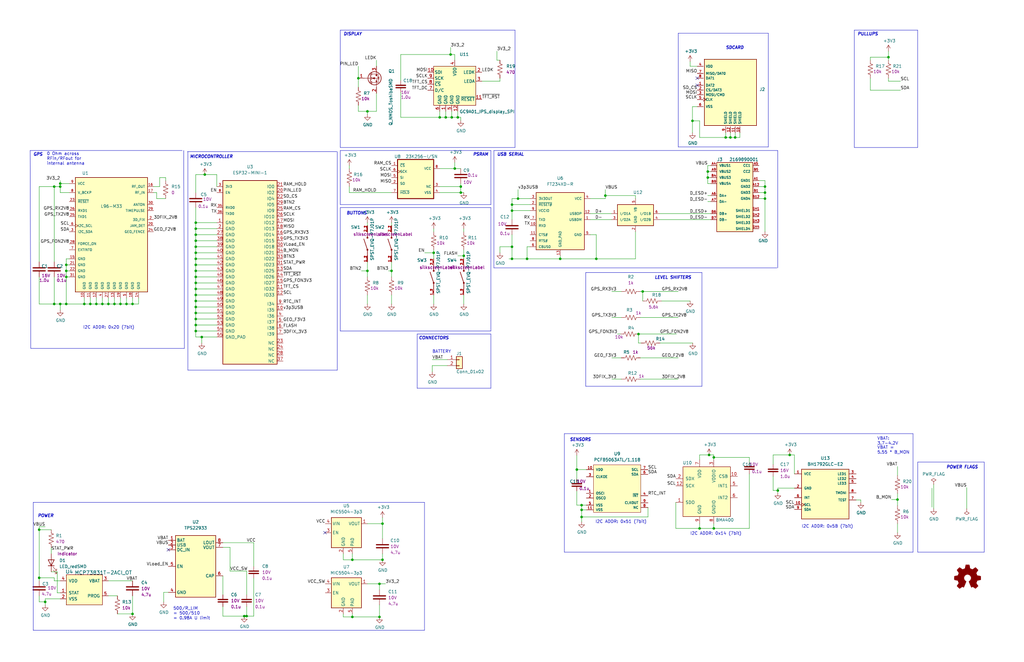
<source format=kicad_sch>
(kicad_sch (version 20230121) (generator eeschema)
  (paper "B")
  (title_block (title "Open-Smartwatch-GPS") (date "2023-10-20") (rev "${REVISION}") (comment 1 "Updated by Andrew Allard"))
  (junction (at 308 58))
  (junction (at 301 193))
  (junction (at 193.04 49.53))
  (junction (at 82.55 104.14))
  (junction (at 25.4 77.47))
  (junction (at 215.9 109.22))
  (junction (at 27.94 111.76))
  (junction (at 165.1 114.3))
  (junction (at 82.55 99.06))
  (junction (at 40.64 128.27))
  (junction (at 333 192))
  (junction (at 82.55 119.38))
  (junction (at 301 223))
  (junction (at 16.51 223.52))
  (junction (at 55.88 259.08))
  (junction (at 328 207))
  (junction (at 161.29 220.98))
  (junction (at 191.77 71.12))
  (junction (at 27.94 114.3))
  (junction (at 195.58 107.95))
  (junction (at 151.13 33.02))
  (junction (at 161.29 236.22))
  (junction (at 82.55 139.7))
  (junction (at 271 123))
  (junction (at 82.55 93.98))
  (junction (at 182.88 106.68))
  (junction (at 25.4 78.74))
  (junction (at 82.55 137.16))
  (junction (at 35.56 128.27))
  (junction (at 255.27 82.55))
  (junction (at 218.44 83.82))
  (junction (at 269.24 140.97))
  (junction (at 154.94 114.3))
  (junction (at 378.46 210.82))
  (junction (at 215.9 86.36))
  (junction (at 86.36 73.66))
  (junction (at 243.245 198.17))
  (junction (at 22.86 78.74))
  (junction (at 190.5 49.53))
  (junction (at 185.42 49.53))
  (junction (at 85.09 142.24))
  (junction (at 82.55 114.3))
  (junction (at 148.59 236.22))
  (junction (at 310 58))
  (junction (at 374.65 24.13))
  (junction (at 194.31 78.74))
  (junction (at 298.45 72.39))
  (junction (at 295 223))
  (junction (at 19.05 254))
  (junction (at 215.9 104.14))
  (junction (at 82.55 129.54))
  (junction (at 38.1 128.27))
  (junction (at 245.245 218.17))
  (junction (at 16.51 243.84))
  (junction (at 25.4 128.27))
  (junction (at 194.31 81.28))
  (junction (at 55.88 128.27))
  (junction (at 22.86 128.27))
  (junction (at 236.22 109.22))
  (junction (at 82.55 124.46))
  (junction (at 48.26 128.27))
  (junction (at 82.55 101.6))
  (junction (at 148.59 260.35))
  (junction (at 299 192))
  (junction (at 82.55 134.62))
  (junction (at 222.25 109.22))
  (junction (at 322.58 78.74))
  (junction (at 103 260))
  (junction (at 82.55 116.84))
  (junction (at 306 58))
  (junction (at 292 51))
  (junction (at 154.94 46.99))
  (junction (at 322.58 81.28))
  (junction (at 160.02 246.38))
  (junction (at 187.96 49.53))
  (junction (at 160.02 260.35))
  (junction (at 27.94 116.84))
  (junction (at 27.94 128.27))
  (junction (at 82.55 109.22))
  (junction (at 298.45 74.93))
  (junction (at 104 260))
  (junction (at 82.55 132.08))
  (junction (at 82.55 111.76))
  (junction (at 53.34 128.27))
  (junction (at 215.9 88.9))
  (junction (at 45.72 128.27))
  (junction (at 43.18 128.27))
  (junction (at 322.58 83.82))
  (junction (at 82.55 127))
  (junction (at 190 23))
  (junction (at 245.245 213.17))
  (junction (at 50.8 128.27))
  (junction (at 251.46 109.22))
  (junction (at 82.55 96.52))
  (junction (at 82.55 106.68))
  (junction (at 245.245 215.17))
  (junction (at 82.55 121.92))
  (no_connect (at 294 33))
  (no_connect (at 137.05 224.79))
  (no_connect (at 71 232))
  (no_connect (at 294 36))
  (wire (pts (xy 190.5 49.53) (xy 193.04 49.53)))
  (wire (pts (xy 147.32 81.28) (xy 165.1 81.28)))
  (wire (pts (xy 22.86 78.74) (xy 25.4 78.74)))
  (wire (pts (xy 154.94 93.98) (xy 154.94 95.25)))
  (wire (pts (xy 82.55 96.52) (xy 91.44 96.52)))
  (wire (pts (xy 393 206) (xy 393 214)))
  (wire (pts (xy 245.245 213.17) (xy 245.245 215.17)))
  (polyline (pts (xy 238 233) (xy 238 183)))
  (wire (pts (xy 35.56 128.27) (xy 38.1 128.27)))
  (wire (pts (xy 367.03 25.4) (xy 367.03 24.13)))
  (wire (pts (xy 215.9 86.36) (xy 215.9 83.82)))
  (wire (pts (xy 154.94 46.99) (xy 154.94 48.26)))
  (wire (pts (xy 182.88 105.41) (xy 182.88 106.68)))
  (wire (pts (xy 278.13 90.17) (xy 299.72 90.17)))
  (wire (pts (xy 22.86 128.27) (xy 25.4 128.27)))
  (wire (pts (xy 82.55 132.08) (xy 91.44 132.08)))
  (polyline (pts (xy 324 14) (xy 286 14)))
  (wire (pts (xy 248.92 99.06) (xy 251.46 99.06)))
  (polyline (pts (xy 327.94 63.5) (xy 208.28 63.5)))
  (polyline (pts (xy 286 14) (xy 286 62)))
  (wire (pts (xy 169 49.53) (xy 185.42 49.53)))
  (wire (pts (xy 310 56) (xy 310 58)))
  (wire (pts (xy 243.245 198.17) (xy 243.245 202.17)))
  (wire (pts (xy 298.45 74.93) (xy 299.72 74.93)))
  (wire (pts (xy 45.72 128.27) (xy 48.26 128.27)))
  (wire (pts (xy 292 51) (xy 292 56)))
  (wire (pts (xy 243.245 207.17) (xy 243.245 213.17)))
  (polyline (pts (xy 327.66 113.03) (xy 208.28 113.03)))
  (polyline (pts (xy 207.01 139.7) (xy 143.51 139.7)))
  (wire (pts (xy 82.55 114.3) (xy 91.44 114.3)))
  (wire (pts (xy 67.31 78.74) (xy 67.31 74.93)))
  (wire (pts (xy 16.51 222.25) (xy 16.51 223.52)))
  (wire (pts (xy 236.22 109.22) (xy 236.22 107.95)))
  (wire (pts (xy 295 58) (xy 295 51)))
  (wire (pts (xy 267.97 83.82) (xy 267.97 82.55)))
  (polyline (pts (xy 142.24 64) (xy 142.24 156.21)))
  (polyline (pts (xy 14 212) (xy 179 212)))
  (wire (pts (xy 25.4 77.47) (xy 29.21 77.47)))
  (wire (pts (xy 292 45) (xy 292 51)))
  (wire (pts (xy 374.65 24.13) (xy 374.65 25.4)))
  (wire (pts (xy 269.24 140.97) (xy 269.24 144.78)))
  (wire (pts (xy 278.32 144.78) (xy 292.1 144.78)))
  (wire (pts (xy 335 200) (xy 335 192)))
  (wire (pts (xy 48.26 128.27) (xy 50.8 128.27)))
  (wire (pts (xy 82.55 109.22) (xy 91.44 109.22)))
  (wire (pts (xy 94 256) (xy 94 260)))
  (wire (pts (xy 320.04 76.2) (xy 322.58 76.2)))
  (wire (pts (xy 82.55 111.76) (xy 91.44 111.76)))
  (wire (pts (xy 367.03 38.1) (xy 367.03 33.02)))
  (wire (pts (xy 25.4 81.28) (xy 29.21 81.28)))
  (polyline (pts (xy 415 233) (xy 415 195)))
  (wire (pts (xy 154.94 114.3) (xy 154.94 116.84)))
  (wire (pts (xy 16.51 116.84) (xy 16.51 128.27)))
  (wire (pts (xy 144.78 233.68) (xy 144.78 236.22)))
  (wire (pts (xy 107 244) (xy 107 260)))
  (wire (pts (xy 58.42 128.27) (xy 58.42 125.73)))
  (polyline (pts (xy 207.01 63.5) (xy 143.51 63.5)))
  (wire (pts (xy 22.86 245.11) (xy 22.86 243.84)))
  (wire (pts (xy 19.05 252.73) (xy 19.05 254)))
  (wire (pts (xy 218.44 83.82) (xy 223.52 83.82)))
  (wire (pts (xy 161.29 233.68) (xy 161.29 236.22)))
  (wire (pts (xy 316 193) (xy 316 195)))
  (wire (pts (xy 301 223) (xy 295 223)))
  (wire (pts (xy 144.78 259.08) (xy 144.78 260.35)))
  (wire (pts (xy 306 56) (xy 306 58)))
  (polyline (pts (xy 179 266) (xy 14 266)))
  (polyline (pts (xy 143.51 87.63) (xy 207.01 87.63)))
  (polyline (pts (xy 415 195) (xy 387 195)))
  (wire (pts (xy 82.55 127) (xy 91.44 127)))
  (wire (pts (xy 154.94 220.98) (xy 161.29 220.98)))
  (wire (pts (xy 82.55 114.3) (xy 82.55 116.84)))
  (wire (pts (xy 94 229) (xy 107 229)))
  (wire (pts (xy 154.94 124.46) (xy 154.94 128.27)))
  (wire (pts (xy 158.75 46.99) (xy 158.75 39.37)))
  (wire (pts (xy 378.46 220.98) (xy 378.46 224.79)))
  (wire (pts (xy 215.9 88.9) (xy 215.9 86.36)))
  (wire (pts (xy 22.86 116.84) (xy 22.86 128.27)))
  (wire (pts (xy 182.88 96.52) (xy 182.88 97.79)))
  (wire (pts (xy 27.94 114.3) (xy 27.94 116.84)))
  (wire (pts (xy 215.9 83.82) (xy 218.44 83.82)))
  (wire (pts (xy 194.31 50.8) (xy 194.31 49.53)))
  (wire (pts (xy 255.27 83.82) (xy 255.27 82.55)))
  (wire (pts (xy 195.58 105.41) (xy 195.58 107.95)))
  (wire (pts (xy 16.51 223.52) (xy 16.51 243.84)))
  (wire (pts (xy 19.05 252.73) (xy 25.4 252.73)))
  (polyline (pts (xy 179 212) (xy 179 266)))
  (wire (pts (xy 190 23) (xy 191.77 23)))
  (wire (pts (xy 185.42 49.53) (xy 187.96 49.53)))
  (wire (pts (xy 43.18 128.27) (xy 43.18 125.73)))
  (wire (pts (xy 182.245 154.305) (xy 182.245 156.845)))
  (wire (pts (xy 25.4 78.74) (xy 25.4 77.47)))
  (wire (pts (xy 82.55 106.68) (xy 91.44 106.68)))
  (wire (pts (xy 151.13 46.99) (xy 154.94 46.99)))
  (polyline (pts (xy 143.51 63.5) (xy 143.51 86.36)))
  (wire (pts (xy 24.13 250.19) (xy 25.4 250.19)))
  (wire (pts (xy 190.5 46.99) (xy 190.5 49.53)))
  (wire (pts (xy 22.86 243.84) (xy 16.51 243.84)))
  (polyline (pts (xy 143.51 87.63) (xy 143.51 139.7)))
  (wire (pts (xy 379.73 38.1) (xy 367.03 38.1)))
  (wire (pts (xy 322.58 81.28) (xy 322.58 83.82)))
  (wire (pts (xy 215.9 88.9) (xy 223.52 88.9)))
  (wire (pts (xy 85.09 142.24) (xy 82.55 142.24)))
  (wire (pts (xy 38.1 128.27) (xy 38.1 125.73)))
  (polyline (pts (xy 143.51 86.36) (xy 207.01 86.36)))
  (polyline (pts (xy 14 266) (xy 14 212)))
  (wire (pts (xy 295 194) (xy 295 192)))
  (wire (pts (xy 248.92 90.17) (xy 257.81 90.17)))
  (wire (pts (xy 27.94 111.76) (xy 27.94 114.3)))
  (polyline (pts (xy 360.27 12.7) (xy 360.27 62.23)))
  (wire (pts (xy 185.42 78.74) (xy 194.31 78.74)))
  (wire (pts (xy 71 250) (xy 69 250)))
  (wire (pts (xy 333 192) (xy 326 192)))
  (polyline (pts (xy 387 233) (xy 415 233)))
  (wire (pts (xy 273.245 214.17) (xy 273.245 218.17)))
  (wire (pts (xy 69.85 83.82) (xy 66.04 83.82)))
  (polyline (pts (xy 207.01 140.97) (xy 207.01 163.83)))
  (wire (pts (xy 147.32 69.85) (xy 147.32 71.12)))
  (wire (pts (xy 94 243) (xy 94 251)))
  (wire (pts (xy 169 23) (xy 190 23)))
  (wire (pts (xy 374.65 34.29) (xy 374.65 33.02)))
  (polyline (pts (xy 77.47 63.5) (xy 77.77 147)))
  (wire (pts (xy 185.42 46.99) (xy 185.42 49.53)))
  (wire (pts (xy 322.58 76.2) (xy 322.58 78.74)))
  (wire (pts (xy 269.24 140.97) (xy 285.24 140.97)))
  (wire (pts (xy 245.245 215.17) (xy 247.245 215.17)))
  (wire (pts (xy 154.94 110.49) (xy 154.94 114.3)))
  (wire (pts (xy 16.51 223.52) (xy 21.59 223.52)))
  (wire (pts (xy 161.29 220.98) (xy 161.29 218.44)))
  (wire (pts (xy 278.13 92.71) (xy 299.72 92.71)))
  (polyline (pts (xy 286 62) (xy 324 62)))
  (polyline (pts (xy 247 115) (xy 247 163)))
  (wire (pts (xy 285 223) (xy 295 223)))
  (wire (pts (xy 82.55 96.52) (xy 82.55 99.06)))
  (wire (pts (xy 91.44 142.24) (xy 85.09 142.24)))
  (wire (pts (xy 270 123) (xy 271 123)))
  (wire (pts (xy 55.88 251.46) (xy 55.88 259.08)))
  (polyline (pts (xy 385 183) (xy 385 233)))
  (wire (pts (xy 165.1 114.3) (xy 165.1 116.84)))
  (wire (pts (xy 301 194) (xy 301 193)))
  (polyline (pts (xy 360.27 62.23) (xy 386.94 62.23)))
  (polyline (pts (xy 247 163) (xy 296 163)))
  (wire (pts (xy 67.31 74.93) (xy 69.85 74.93)))
  (wire (pts (xy 295 192) (xy 299 192)))
  (wire (pts (xy 248.92 83.82) (xy 255.27 83.82)))
  (wire (pts (xy 312 56) (xy 312 58)))
  (wire (pts (xy 148.59 233.68) (xy 148.59 236.22)))
  (wire (pts (xy 82.55 116.84) (xy 82.55 119.38)))
  (wire (pts (xy 43.18 128.27) (xy 45.72 128.27)))
  (wire (pts (xy 82.55 111.76) (xy 82.55 114.3)))
  (wire (pts (xy 258 123) (xy 262 123)))
  (wire (pts (xy 82.55 134.62) (xy 82.55 137.16)))
  (wire (pts (xy 179.07 106.68) (xy 182.88 106.68)))
  (wire (pts (xy 82.55 99.06) (xy 91.44 99.06)))
  (wire (pts (xy 195.58 107.95) (xy 195.58 109.22)))
  (wire (pts (xy 267.97 82.55) (xy 255.27 82.55)))
  (wire (pts (xy 91.44 73.66) (xy 86.36 73.66)))
  (wire (pts (xy 187.96 49.53) (xy 190.5 49.53)))
  (wire (pts (xy 185.42 81.28) (xy 194.31 81.28)))
  (wire (pts (xy 393.7 204.47) (xy 393.7 214.63)))
  (wire (pts (xy 270 151) (xy 286 151)))
  (wire (pts (xy 158.75 25.4) (xy 158.75 27.94)))
  (wire (pts (xy 38.1 128.27) (xy 40.64 128.27)))
  (wire (pts (xy 82.55 109.22) (xy 82.55 111.76)))
  (wire (pts (xy 194.31 49.53) (xy 193.04 49.53)))
  (wire (pts (xy 218.44 80.01) (xy 218.44 83.82)))
  (wire (pts (xy 27.94 128.27) (xy 35.56 128.27)))
  (wire (pts (xy 243.245 213.17) (xy 245.245 213.17)))
  (wire (pts (xy 270 160) (xy 286 160)))
  (wire (pts (xy 66.04 83.82) (xy 66.04 81.28)))
  (wire (pts (xy 236.22 109.22) (xy 222.25 109.22)))
  (wire (pts (xy 82.55 127) (xy 82.55 129.54)))
  (wire (pts (xy 82.55 119.38) (xy 82.55 121.92)))
  (wire (pts (xy 82.55 142.24) (xy 82.55 139.7)))
  (wire (pts (xy 82.55 106.68) (xy 82.55 109.22)))
  (wire (pts (xy 260.35 140.97) (xy 261.62 140.97)))
  (wire (pts (xy 195.58 96.52) (xy 195.58 97.79)))
  (wire (pts (xy 214.63 109.22) (xy 215.9 109.22)))
  (wire (pts (xy 49.53 259.08) (xy 55.88 259.08)))
  (wire (pts (xy 210.82 34.29) (xy 210.82 33.02)))
  (wire (pts (xy 185.42 71.12) (xy 191.77 71.12)))
  (polyline (pts (xy 175.895 163.83) (xy 207.01 163.83)))
  (wire (pts (xy 25.4 81.28) (xy 25.4 78.74)))
  (wire (pts (xy 188.595 154.305) (xy 182.245 154.305)))
  (polyline (pts (xy 207.01 87.63) (xy 207.01 139.7)))
  (wire (pts (xy 320.04 83.82) (xy 322.58 83.82)))
  (wire (pts (xy 16.51 78.74) (xy 22.86 78.74)))
  (wire (pts (xy 144.78 236.22) (xy 148.59 236.22)))
  (wire (pts (xy 40.64 128.27) (xy 40.64 125.73)))
  (wire (pts (xy 82.55 104.14) (xy 82.55 106.68)))
  (wire (pts (xy 64.77 78.74) (xy 67.31 78.74)))
  (wire (pts (xy 82.55 116.84) (xy 91.44 116.84)))
  (wire (pts (xy 66.04 81.28) (xy 64.77 81.28)))
  (wire (pts (xy 25.4 77.47) (xy 25.4 76.2)))
  (wire (pts (xy 163.83 114.3) (xy 165.1 114.3)))
  (wire (pts (xy 247.245 198.17) (xy 243.245 198.17)))
  (wire (pts (xy 48.26 128.27) (xy 48.26 125.73)))
  (wire (pts (xy 298.45 69.85) (xy 299.72 69.85)))
  (wire (pts (xy 191.77 71.12) (xy 194.31 71.12)))
  (wire (pts (xy 82.55 124.46) (xy 91.44 124.46)))
  (polyline (pts (xy 208.28 113.03) (xy 208.28 63.5)))
  (wire (pts (xy 298.45 72.39) (xy 298.45 74.93)))
  (wire (pts (xy 16.51 243.84) (xy 16.51 245.11)))
  (wire (pts (xy 301 221) (xy 301 223)))
  (wire (pts (xy 209.55 21.59) (xy 209.55 25.4)))
  (wire (pts (xy 82.55 129.54) (xy 91.44 129.54)))
  (polyline (pts (xy 175.895 140.97) (xy 175.895 163.83)))
  (wire (pts (xy 144.78 260.35) (xy 148.59 260.35)))
  (wire (pts (xy 316 223) (xy 301 223)))
  (wire (pts (xy 69.85 74.93) (xy 69.85 76.2)))
  (wire (pts (xy 298.45 74.93) (xy 298.45 77.47)))
  (wire (pts (xy 16.51 254) (xy 19.05 254)))
  (wire (pts (xy 152.4 114.3) (xy 154.94 114.3)))
  (wire (pts (xy 308 58) (xy 306 58)))
  (wire (pts (xy 294 28) (xy 291 28)))
  (wire (pts (xy 45.72 245.11) (xy 55.88 245.11)))
  (polyline (pts (xy 238 183) (xy 385 183)))
  (wire (pts (xy 82.55 101.6) (xy 91.44 101.6)))
  (wire (pts (xy 215.9 86.36) (xy 223.52 86.36)))
  (wire (pts (xy 19.05 222.25) (xy 16.51 222.25)))
  (wire (pts (xy 25.4 128.27) (xy 27.94 128.27)))
  (wire (pts (xy 16.51 128.27) (xy 22.86 128.27)))
  (wire (pts (xy 85.09 142.24) (xy 85.09 144.78)))
  (polyline (pts (xy 387 195) (xy 387 233)))
  (wire (pts (xy 160.02 255.27) (xy 160.02 260.35)))
  (polyline (pts (xy 12.7 63.5) (xy 76.835 63.5)))
  (wire (pts (xy 210.82 25.4) (xy 209.55 25.4)))
  (wire (pts (xy 245.245 218.17) (xy 245.245 220.17)))
  (wire (pts (xy 301 193) (xy 316 193)))
  (wire (pts (xy 182.88 106.68) (xy 182.88 109.22)))
  (wire (pts (xy 82.55 104.14) (xy 91.44 104.14)))
  (wire (pts (xy 27.94 109.22) (xy 27.94 111.76)))
  (wire (pts (xy 190 20) (xy 190 23)))
  (wire (pts (xy 326 207) (xy 328 207)))
  (polyline (pts (xy 296 115) (xy 296 163)))
  (polyline (pts (xy 79.24 156.21) (xy 79.24 64)))
  (wire (pts (xy 298.45 82.55) (xy 299.72 82.55)))
  (wire (pts (xy 320.04 78.74) (xy 322.58 78.74)))
  (wire (pts (xy 86.36 73.66) (xy 82.55 73.66)))
  (polyline (pts (xy 324 62) (xy 324 14)))
  (wire (pts (xy 222.25 104.14) (xy 223.52 104.14)))
  (wire (pts (xy 378.46 208.28) (xy 378.46 210.82)))
  (wire (pts (xy 210.82 104.14) (xy 210.82 106.68)))
  (wire (pts (xy 193.04 107.95) (xy 195.58 107.95)))
  (polyline (pts (xy 77.77 147) (xy 13 147)))
  (wire (pts (xy 295 223) (xy 295 221)))
  (wire (pts (xy 148.59 236.22) (xy 161.29 236.22)))
  (wire (pts (xy 295 51) (xy 292 51)))
  (wire (pts (xy 335 192) (xy 333 192)))
  (wire (pts (xy 322.58 83.82) (xy 322.58 97.79)))
  (wire (pts (xy 40.64 128.27) (xy 43.18 128.27)))
  (wire (pts (xy 82.55 99.06) (xy 82.55 101.6)))
  (wire (pts (xy 24.13 241.3) (xy 21.59 241.3)))
  (wire (pts (xy 82.55 93.98) (xy 82.55 96.52)))
  (wire (pts (xy 82.55 121.92) (xy 91.44 121.92)))
  (wire (pts (xy 161.29 220.98) (xy 161.29 227.33)))
  (wire (pts (xy 27.94 114.3) (xy 29.21 114.3)))
  (wire (pts (xy 245.245 218.17) (xy 273.245 218.17)))
  (wire (pts (xy 215.9 109.22) (xy 222.25 109.22)))
  (wire (pts (xy 194.31 78.74) (xy 194.31 81.28)))
  (wire (pts (xy 55.88 128.27) (xy 58.42 128.27)))
  (polyline (pts (xy 247 115) (xy 296 115)))
  (polyline (pts (xy 142.24 156.21) (xy 79.24 156.21)))
  (wire (pts (xy 251.46 99.06) (xy 251.46 109.22)))
  (wire (pts (xy 271 123) (xy 271 127)))
  (wire (pts (xy 279 127) (xy 291 127)))
  (wire (pts (xy 258 160) (xy 262 160)))
  (wire (pts (xy 91.44 78.74) (xy 91.44 73.66)))
  (wire (pts (xy 165.1 93.98) (xy 165.1 95.25)))
  (wire (pts (xy 191.77 68.58) (xy 191.77 71.12)))
  (wire (pts (xy 194.31 81.28) (xy 195.58 81.28)))
  (wire (pts (xy 45.72 251.46) (xy 49.53 251.46)))
  (wire (pts (xy 306 58) (xy 295 58)))
  (polyline (pts (xy 79 64) (xy 142 64)))
  (wire (pts (xy 322.58 78.74) (xy 322.58 81.28)))
  (wire (pts (xy 19.05 254) (xy 19.05 255.27)))
  (wire (pts (xy 258 134) (xy 262 134)))
  (wire (pts (xy 291 28) (xy 291 26)))
  (wire (pts (xy 107 239) (xy 107 229)))
  (wire (pts (xy 25.4 245.11) (xy 22.86 245.11)))
  (polyline (pts (xy 386.94 12.7) (xy 386.94 62.23)))
  (wire (pts (xy 94 260) (xy 103 260)))
  (polyline (pts (xy 13 147) (xy 12.7 63.5)))
  (wire (pts (xy 378.46 196.85) (xy 378.46 200.66)))
  (wire (pts (xy 97 241) (xy 104 241)))
  (wire (pts (xy 326 192) (xy 326 196)))
  (wire (pts (xy 16.51 110.49) (xy 16.51 78.74)))
  (polyline (pts (xy 143.51 62.23) (xy 217.17 62.23)))
  (wire (pts (xy 188.595 151.765) (xy 182.245 151.765)))
  (wire (pts (xy 82.55 139.7) (xy 91.44 139.7)))
  (wire (pts (xy 316 200) (xy 316 223)))
  (wire (pts (xy 285 212) (xy 285 223)))
  (wire (pts (xy 45.72 128.27) (xy 45.72 125.73)))
  (wire (pts (xy 378.46 210.82) (xy 375.92 210.82)))
  (wire (pts (xy 251.46 109.22) (xy 236.22 109.22)))
  (wire (pts (xy 169 34) (xy 169 23)))
  (wire (pts (xy 24.13 241.3) (xy 24.13 250.19)))
  (wire (pts (xy 82.55 73.66) (xy 82.55 81.28)))
  (wire (pts (xy 267.97 97.79) (xy 267.97 109.22)))
  (wire (pts (xy 320.04 81.28) (xy 322.58 81.28)))
  (wire (pts (xy 326 201) (xy 326 207)))
  (wire (pts (xy 267.97 109.22) (xy 251.46 109.22)))
  (wire (pts (xy 328 206) (xy 328 207)))
  (wire (pts (xy 148.59 259.08) (xy 148.59 260.35)))
  (wire (pts (xy 82.55 121.92) (xy 82.55 124.46)))
  (wire (pts (xy 82.55 132.08) (xy 82.55 134.62)))
  (wire (pts (xy 258 151) (xy 262 151)))
  (wire (pts (xy 151.13 44.45) (xy 151.13 46.99)))
  (wire (pts (xy 301 192) (xy 299 192)))
  (wire (pts (xy 328 207) (xy 328 208)))
  (wire (pts (xy 29.21 109.22) (xy 27.94 109.22)))
  (wire (pts (xy 50.8 128.27) (xy 53.34 128.27)))
  (wire (pts (xy 160.02 246.38) (xy 160.02 248.92)))
  (wire (pts (xy 308 56) (xy 308 58)))
  (wire (pts (xy 195.58 124.46) (xy 195.58 128.27)))
  (wire (pts (xy 55.88 128.27) (xy 55.88 125.73)))
  (wire (pts (xy 151.13 33.02) (xy 151.13 36.83)))
  (wire (pts (xy 215.9 109.22) (xy 215.9 104.14)))
  (polyline (pts (xy 238 233) (xy 385 233)))
  (wire (pts (xy 82.55 119.38) (xy 91.44 119.38)))
  (wire (pts (xy 25.4 130.81) (xy 25.4 128.27)))
  (wire (pts (xy 247.245 213.17) (xy 245.245 213.17)))
  (wire (pts (xy 82.55 137.16) (xy 82.55 139.7)))
  (wire (pts (xy 104 260) (xy 104 256)))
  (wire (pts (xy 312 58) (xy 310 58)))
  (wire (pts (xy 367.03 24.13) (xy 374.65 24.13)))
  (wire (pts (xy 107 260) (xy 104 260)))
  (wire (pts (xy 294 45) (xy 292 45)))
  (wire (pts (xy 82.55 101.6) (xy 82.55 104.14)))
  (wire (pts (xy 82.55 93.98) (xy 91.44 93.98)))
  (wire (pts (xy 407.67 205.74) (xy 407.67 214.63)))
  (wire (pts (xy 82.55 129.54) (xy 82.55 132.08)))
  (wire (pts (xy 22.86 78.74) (xy 22.86 110.49)))
  (wire (pts (xy 147.32 78.74) (xy 147.32 81.28)))
  (wire (pts (xy 27.94 116.84) (xy 27.94 128.27)))
  (wire (pts (xy 328 206) (xy 335 206)))
  (wire (pts (xy 148.59 260.35) (xy 160.02 260.35)))
  (wire (pts (xy 310 58) (xy 308 58)))
  (wire (pts (xy 379.73 34.29) (xy 374.65 34.29)))
  (wire (pts (xy 193.04 46.99) (xy 193.04 49.53)))
  (wire (pts (xy 154.94 246.38) (xy 160.02 246.38)))
  (wire (pts (xy 248.92 92.71) (xy 257.81 92.71)))
  (polyline (pts (xy 327.94 63.5) (xy 327.94 113.03)))
  (wire (pts (xy 165.1 124.46) (xy 165.1 128.27)))
  (wire (pts (xy 53.34 128.27) (xy 53.34 125.73)))
  (polyline (pts (xy 360.27 12.7) (xy 386.94 12.7)))
  (wire (pts (xy 16.51 251.46) (xy 16.51 254)))
  (polyline (pts (xy 207.01 86.36) (xy 207.01 63.5)))
  (wire (pts (xy 298.45 85.09) (xy 299.72 85.09)))
  (wire (pts (xy 210.82 104.14) (xy 215.9 104.14)))
  (wire (pts (xy 21.59 233.68) (xy 21.59 231.14)))
  (wire (pts (xy 298.45 72.39) (xy 299.72 72.39)))
  (polyline (pts (xy 207.01 140.97) (xy 175.895 140.97)))
  (wire (pts (xy 82.55 124.46) (xy 82.55 127)))
  (wire (pts (xy 154.94 46.99) (xy 158.75 46.99)))
  (wire (pts (xy 82.55 137.16) (xy 91.44 137.16)))
  (wire (pts (xy 378.46 213.36) (xy 378.46 210.82)))
  (wire (pts (xy 194.31 77.47) (xy 194.31 78.74)))
  (wire (pts (xy 151.13 27.94) (xy 151.13 33.02)))
  (wire (pts (xy 187.96 46.99) (xy 187.96 49.53)))
  (wire (pts (xy 50.8 128.27) (xy 50.8 125.73)))
  (wire (pts (xy 191.77 23) (xy 191.77 25.4)))
  (polyline (pts (xy 143.51 12.7) (xy 143.51 62.23)))
  (polyline (pts (xy 217.17 62.23) (xy 217.17 12.7)))
  (wire (pts (xy 53.34 128.27) (xy 55.88 128.27)))
  (polyline (pts (xy 217.17 12.7) (xy 143.51 12.7)))
  (wire (pts (xy 363 211) (xy 363 212)))
  (wire (pts (xy 203.2 34.29) (xy 210.82 34.29)))
  (wire (pts (xy 27.94 111.76) (xy 29.21 111.76)))
  (wire (pts (xy 245.245 215.17) (xy 245.245 218.17)))
  (wire (pts (xy 215.9 99.06) (xy 215.9 104.14)))
  (wire (pts (xy 160.02 246.38) (xy 162.56 246.38)))
  (wire (pts (xy 222.25 109.22) (xy 222.25 104.14)))
  (wire (pts (xy 361 211) (xy 363 211)))
  (wire (pts (xy 82.55 87.63) (xy 82.55 93.98)))
  (wire (pts (xy 271 123) (xy 286 123)))
  (wire (pts (xy 298.45 69.85) (xy 298.45 72.39)))
  (wire (pts (xy 97 241) (xy 97 231)))
  (wire (pts (xy 82.55 134.62) (xy 91.44 134.62)))
  (wire (pts (xy 269.24 144.78) (xy 270.32 144.78)))
  (wire (pts (xy 215.9 92.71) (xy 215.9 88.9)))
  (wire (pts (xy 301 193) (xy 301 192)))
  (wire (pts (xy 169 39) (xy 169 49.53)))
  (wire (pts (xy 243.245 192.17) (xy 243.245 198.17)))
  (wire (pts (xy 270 134) (xy 286 134)))
  (wire (pts (xy 298.45 77.47) (xy 299.72 77.47)))
  (wire (pts (xy 104 241) (xy 104 251)))
  (wire (pts (xy 182.88 124.46) (xy 182.88 128.27)))
  (wire (pts (xy 69 250) (xy 69 254)))
  (wire (pts (xy 165.1 110.49) (xy 165.1 114.3)))
  (wire (pts (xy 27.94 116.84) (xy 29.21 116.84)))
  (wire (pts (xy 35.56 128.27) (xy 35.56 125.73)))
  (wire (pts (xy 255.27 82.55) (xy 255.27 80.01)))
  (wire (pts (xy 97 231) (xy 94 231)))
  (wire (pts (xy 374.65 24.13) (xy 374.65 21.59)))
  (wire (pts (xy 103 260) (xy 104 260)))
  (text "SENSORS" (at 240.215 186.41 0) (effects (font (size 1.27 1.27) (thickness 0.254) bold italic) (justify left bottom)))
  (text "LEVEL SHIFTERS" (at 276 118 0) (effects (font (size 1.27 1.27) (thickness 0.254) bold italic) (justify left bottom)))
  (text "USB SERIAL" (at 209.55 66.04 0) (effects (font (size 1.27 1.27) (thickness 0.254) bold italic) (justify left bottom)))
  (text "BATTERY" (at 182.245 149.225 0) (effects (font (size 1.27 1.27)) (justify left bottom)))
  (text "CONNECTORS" (at 176.53 143.51 0) (effects (font (size 1.27 1.27) (thickness 0.254) bold italic) (justify left bottom)))
  (text "I2C ADDR: 0x51 (7bit)" (at 251 221 0) (effects (font (size 1.27 1.27)) (justify left bottom)))
  (text "VBAT:\n3.7-4.2V" (at 369.88 187.95 0) (effects (font (size 1.27 1.27)) (justify left bottom)))
  (text "BUTTONS" (at 146.05 90.805 0) (effects (font (size 1.27 1.27) (thickness 0.254) bold italic) (justify left bottom)))
  (text "I2C ADDR: 0x14 (7bit)" (at 291 226 0) (effects (font (size 1.27 1.27)) (justify left bottom)))
  (text "POWER" (at 15.87 218.535 0) (effects (font (size 1.27 1.27) (thickness 0.254) bold italic) (justify left bottom)))
  (text "PSRAM" (at 199.39 66.04 0) (effects (font (size 1.27 1.27) (thickness 0.254) bold italic) (justify left bottom)))
  (text "POWER FLAGS" (at 399 198 0) (effects (font (size 1.27 1.27) (thickness 0.254) bold italic) (justify left bottom)))
  (text "PULLUPS" (at 361.54 15.24 0) (effects (font (size 1.27 1.27) (thickness 0.254) bold italic) (justify left bottom)))
  (text "500/R_LIM\n= 500/510\n= 0.98A U limit" (at 73.02 261.715 0) (effects (font (size 1.27 1.27)) (justify left bottom)))
  (text "GPS" (at 13.97 66.04 0) (effects (font (size 1.27 1.27) (thickness 0.254) bold italic) (justify left bottom)))
  (text "0 Ohm across\nRFin/RFout for\ninternal antenna" (at 19.685 69.85 0) (effects (font (size 1.27 1.27)) (justify left bottom)))
  (text "I2C ADDR: 0x20 (7bit)" (at 35 139 0) (effects (font (size 1.27 1.27)) (justify left bottom)))
  (text "MICROCONTROLLER" (at 80 67 0) (effects (font (size 1.27 1.27) (thickness 0.254) bold italic) (justify left bottom)))
  (text "I2C ADDR: 0x5B (7bit)" (at 338 223 0) (effects (font (size 1.27 1.27)) (justify left bottom)))
  (text "DISPLAY" (at 144.78 15.24 0) (effects (font (size 1.27 1.27) (thickness 0.254) bold italic) (justify left bottom)))
  (text "VBAT =\n5.55 * B_MON\n" (at 369.88 191.76 0) (effects (font (size 1.27 1.27)) (justify left bottom)))
  (text "SDCARD" (at 306 21 0) (effects (font (size 1.27 1.27) (thickness 0.254) bold italic) (justify left bottom)))
  (label "~{TFT_RST}" (at 119.38 116.84 0))
  (label "3DFIX_2V8" (at 279 160 0))
  (label "SDA" (at 119.38 114.3 0))
  (label "VBAT" (at 182.245 151.765 0))
  (label "3DFIX_3V3" (at 119.38 140.97 0))
  (label "FLASH" (at 193.04 107.95 180))
  (label "VBAT" (at 71 228 180))
  (label "MOSI" (at 165.1 74.93 180))
  (label "3V3_2" (at 190 20 0))
  (label "SDA" (at 335 215 180))
  (label "B_MON" (at 119.38 106.68 0))
  (label "SCLK" (at 119.38 91.44 0))
  (label "SCLK" (at 165.1 72.39 180))
  (label "TFT_DC" (at 180.34 38.1 180))
  (label "SD_CS" (at 119.38 83.82 0))
  (label "VBUS" (at 19.05 222.25 180))
  (label "VCC" (at 137.16 220.98 180))
  (label "TFT_CS" (at 180.34 35.56 180))
  (label "MOSI" (at 119.38 93.98 0))
  (label "VCC" (at 104 229 0))
  (label "SDA" (at 29.21 97.79 180))
  (label "VLoad_EN" (at 119.38 104.14 0))
  (label "GPS_FON3V3" (at 119.38 119.38 0))
  (label "RAM_CS" (at 119.38 88.9 0))
  (label "VLoad_EN" (at 71 239 180))
  (label "SDA" (at 285 202 180))
  (label "PIN_LED" (at 151.13 27.94 180))
  (label "SCL" (at 119.38 124.46 0))
  (label "GEO_F3V3" (at 119.38 135.89 0))
  (label "v3p3USB" (at 218.44 80.01 0))
  (label "GPS_FON2V8" (at 278.24 140.97 0))
  (label "SD_CS" (at 294 38 180))
  (label "SCL" (at 29.21 95.25 180))
  (label "VBAT" (at 53.34 245.11 0))
  (label "GPS_RX2V8" (at 29.21 88.9 180))
  (label "BTN3" (at 119.38 109.22 0))
  (label "GPS_RX3V3" (at 119.38 99.06 0))
  (label "RAM_CS" (at 165.1 69.85 180))
  (label "STAT_PWR" (at 21.59 232.41 0))
  (label "LEDK" (at 158.75 25.4 180))
  (label "SCL" (at 335 213 180))
  (label "RX" (at 91.44 87.63 180))
  (label "3DFIX_3V3" (at 260 160 180))
  (label "RAM_HOLD" (at 158.75 81.28 180))
  (label "~{TFT_RST}" (at 203.2 41.91 0))
  (label "SCLK" (at 294 42 180))
  (label "TFT_CS" (at 119.38 121.92 0))
  (label "3V3_2" (at 25.4 76.2 180))
  (label "VBUS" (at 298.45 69.85 180))
  (label "RAM_HOLD" (at 119.38 78.74 0))
  (label "MISO" (at 294 31 180))
  (label "RTC_INT" (at 273.245 209.17 0))
  (label "TX" (at 91.44 90.17 180))
  (label "MISO" (at 119.38 96.52 0))
  (label "SCL" (at 285 205 180))
  (label "VCC_SW" (at 97 241 0))
  (label "GEO_F2V8" (at 279 151 0))
  (label "SDA" (at 273.245 200.17 0))
  (label "D_ESD-" (at 298.45 85.09 180))
  (label "D+" (at 254 90.17 180))
  (label "EN" (at 91.44 81.28 180))
  (label "SDA" (at 379.73 38.1 0))
  (label "GEO_F3V3" (at 260 151 180))
  (label "3V3_2" (at 162.56 246.38 0))
  (label "GPS_FON2V8" (at 29.21 102.87 180))
  (label "GPS_TX2V8" (at 279 134 0))
  (label "RX" (at 223.52 92.71 180))
  (label "EN" (at 179.07 106.68 180))
  (label "D_ESD+" (at 298.45 82.55 180))
  (label "VBUS" (at 407.67 205.74 180))
  (label "GEO_F2V8" (at 64.77 97.79 0))
  (label "GPS_TX2V8" (at 29.21 91.44 180))
  (label "GPS_TX3V3" (at 119.38 101.6 0))
  (label "D-" (at 254 92.71 180))
  (label "GPS_FON3V3" (at 260.35 140.97 180))
  (label "D_ESD-" (at 298.45 92.71 180))
  (label "MISO" (at 165.1 77.47 180))
  (label "PIN_LED" (at 119.38 81.28 0))
  (label "SCL" (at 379.73 34.29 0))
  (label "v3p3USB" (at 119.38 130.81 0))
  (label "D_ESD+" (at 298.45 90.17 180))
  (label "GPS_TX3V3" (at 260 134 180))
  (label "3V3_2" (at 209.55 21.59 0))
  (label "STAT_PWR" (at 119.38 111.76 0))
  (label "VCC_SW" (at 137.16 246.38 180))
  (label "GPS_RX3V3" (at 260 123 180))
  (label "SCLK" (at 180.34 33.02 180))
  (label "BTN3" (at 163.83 114.3 180))
  (label "TX" (at 223.52 95.25 180))
  (label "FLASH" (at 119.38 138.43 0))
  (label "SCL" (at 273.245 198.17 0))
  (label "GPS_RX2V8" (at 279 123 0))
  (label "MOSI" (at 294 40 180))
  (label "VBAT" (at 378.46 196.85 180))
  (label "B_MON" (at 375.92 210.82 180))
  (label "RTC_INT" (at 119.38 128.27 0))
  (label "MOSI" (at 180.34 30.48 180))
  (label "VBUS" (at 255.27 80.01 0))
  (label "BTN2" (at 119.38 86.36 0))
  (label "BTN2" (at 152.4 114.3 180))
  (label "VBUS" (at 71 230 180))
  (label "3DFIX_2V8" (at 64.77 92.71 0))
  (label "LEDK" (at 203.2 30.48 0))
  (symbol (lib_id "power:+3V3") (at 182.88 96.52 0) (unit 1)
    (property "Reference" "#PWR030" (effects hide))
    (property "Value" "+3V3" (at 183.261 92.1258 0))
  )
  (symbol (lib_id "power:+3V3") (at 195.58 96.52 0) (unit 1)
    (property "Reference" "#PWR031" (effects hide))
    (property "Value" "+3V3" (at 195.961 92.1258 0))
  )
  (symbol (lib_id "power:GND") (at 195.58 128.27 0) (unit 1)
    (property "Reference" "#PWR039" (effects hide))
    (property "Value" "GND" (at 195.707 132.6642 0))
  )
  (symbol (lib_id "power:GND") (at 322.58 97.79 0) (unit 1)
    (property "Reference" "#PWR024" (effects hide))
    (property "Value" "GND" (at 323.85 101.6 0) (effects (justify right)))
  )
  (symbol (lib_id "open-Smartwatch:MCP73831T-2ACI_OT") (at 35.56 247.65 0) (unit 1)
    (property "Reference" "U4" (at 29.21 241.3 0) (effects (font (size 1.524 1.524))))
    (property "Value" "MCP73831T-2ACI_OT" (at 43.56 241.65 0) (effects (font (size 1.524 1.524))))
    (property "Footprint" "open-Smartwatch:SOT-23-5" (effects hide))
    (property "Datasheet" "https://ww1.microchip.com/downloads/en/DeviceDoc/MCP73831-Family-Data-Sheet-DS20001984H.pdf" (effects hide))
    (property "MPN" "MCP73831T-2ACI/OT" (effects hide))
    (property "Manufacturer" "Microchip Technology" (effects hide))
    (property "DigiKey_PN" "MCP73831T-2ACI/OTCT-ND" (effects hide))
    (property "manf#" "MCP73831T-2ACI/OT" (effects hide))
    (property "Mouser_PN" "579-MCP73831T-2ACIOT" (effects hide))
  )
  (symbol (lib_id "power:GND") (at 55.88 259.08 0) (unit 1)
    (property "Reference" "#PWR045" (effects hide))
    (property "Value" "GND" (at 56.007 263.4742 0))
  )
  (symbol (lib_id "power:GND") (at 69 254 0) (unit 1)
    (property "Reference" "#PWR046" (effects hide))
    (property "Value" "GND" (at 69.127 258.3942 0))
  )
  (symbol (lib_id "power:GND") (at 154.94 128.27 0) (unit 1)
    (property "Reference" "#PWR035" (effects hide))
    (property "Value" "GND" (at 155.067 132.6642 0))
  )
  (symbol (lib_id "power:GND") (at 165.1 128.27 0) (unit 1)
    (property "Reference" "#PWR036" (effects hide))
    (property "Value" "GND" (at 165.227 132.6642 0))
  )
  (symbol (lib_id "power:+3V3") (at 154.94 93.98 0) (unit 1)
    (property "Reference" "#PWR027" (effects hide))
    (property "Value" "+3V3" (at 155.321 89.5858 0))
  )
  (symbol (lib_id "power:+3V3") (at 165.1 93.98 0) (unit 1)
    (property "Reference" "#PWR028" (effects hide))
    (property "Value" "+3V3" (at 165.481 89.5858 0))
  )
  (symbol (lib_id "power:GND") (at 194.31 50.8 0) (unit 1)
    (property "Reference" "#PWR014" (effects hide))
    (property "Value" "GND" (at 194.437 55.1942 0))
  )
  (symbol (lib_id "power:+3V3") (at 243.245 192.17 0) (unit 1)
    (property "Reference" "#PWR03" (effects hide))
    (property "Value" "+3V3" (at 243.626 187.7758 0))
  )
  (symbol (lib_id "open-Smartwatch:BMA400") (at 298 208 0) (unit 1)
    (property "Reference" "U10" (at 287.84 195.3 0) (effects (justify left)))
    (property "Value" "BMA400" (at 301.81 219.43 0) (effects (justify left)))
    (property "Footprint" "open-Smartwatch:LGA-12_2x2mm_P0.5mm" (effects hide))
    (property "Datasheet" "https://www.bosch-sensortec.com/media/boschsensortec/downloads/datasheets/bst-bma400-ds000.pdf" (effects hide))
    (property "DigiKey_PN" "828-1081-1-ND" (effects hide))
    (property "Manufacturer" "Bosch Sensortec" (effects hide))
    (property "MPN" "BMA400" (effects hide))
    (property "manf#" "MPN" (effects hide))
  )
  (symbol (lib_id "power:+3V3") (at 299 192 0) (unit 1)
    (property "Reference" "#PWR05" (effects hide))
    (property "Value" "+3V3" (at 299.381 187.6058 0))
  )
  (symbol (lib_id "power:GND") (at 378.46 224.79 0) (unit 1)
    (property "Reference" "#PWR053" (effects hide))
    (property "Value" "GND" (at 378.587 229.1842 0))
  )
  (symbol (lib_id "power:GND") (at 393.7 214.63 0) (unit 1)
    (property "Reference" "#PWR059" (effects hide))
    (property "Value" "GND" (at 393.827 219.0242 0))
  )
  (symbol (lib_id "power:PWR_FLAG") (at 393.7 204.47 0) (unit 1)
    (property "Reference" "#FLG01" (effects hide))
    (property "Value" "PWR_FLAG" (at 393.7 200.0758 0))
  )
  (symbol (lib_id "Connector_Generic:Conn_01x02") (at 193.675 151.765 0) (unit 1)
    (property "Reference" "J1" (at 192.405 149.225 0) (effects (justify left)))
    (property "Value" "Conn_01x02" (at 192.405 156.845 0) (effects (justify left)))
    (property "Footprint" "Connector_PinHeader_2.54mm:PinHeader_1x02_P2.54mm_Vertical" (effects hide))
  )
  (symbol (lib_id "power:GND") (at 182.245 156.845 0) (unit 1)
    (property "Reference" "#PWR032" (effects hide))
    (property "Value" "GND" (at 182.372 161.2392 0))
  )
  (symbol (lib_id "power:PWR_FLAG") (at 407.67 214.63 180) (unit 1)
    (property "Reference" "#FLG05" (effects hide))
    (property "Value" "PWR_FLAG" (at 407.67 219.0242 0))
  )
  (symbol (lib_id "power:+3V3") (at 291 26 0) (unit 1)
    (property "Reference" "#PWR02" (effects hide))
    (property "Value" "+3V3" (at 291.381 21.6058 0))
  )
  (symbol (lib_id "power:GND") (at 292 56 0) (unit 1)
    (property "Reference" "#PWR013" (effects hide))
    (property "Value" "GND" (at 292.127 60.3942 0))
  )
  (symbol (lib_id "power:+3V3") (at 86.36 73.66 0) (unit 1)
    (property "Reference" "#PWR017" (effects hide))
    (property "Value" "+3V3" (at 86.741 69.2658 0))
  )
  (symbol (lib_id "power:+3V3") (at 191.77 68.58 0) (unit 1)
    (property "Reference" "#PWR0103" (effects hide))
    (property "Value" "+3V3" (at 192.151 64.1858 0))
  )
  (symbol (lib_id "power:GND") (at 195.58 81.28 0) (unit 1)
    (property "Reference" "#PWR010" (effects hide))
    (property "Value" "GND" (at 195.707 85.6742 0))
  )
  (symbol (lib_id "power:+3V3") (at 374.65 21.59 0) (unit 1)
    (property "Reference" "#PWR023" (effects hide))
    (property "Value" "+3V3" (at 375.031 17.1958 0))
  )
  (symbol (lib_id "Graphic:Logo_Open_Hardware_Small") (at 408 244 0) (unit 1)
    (property "Reference" "#LOGO1" (effects hide))
    (property "Value" "Logo_Open_Hardware_Small" (effects hide))
    (property "Sim.Enable" "0" (effects hide))
  )
  (symbol (lib_id "power:GND") (at 160.02 260.35 0) (unit 1)
    (property "Reference" "#PWR019" (effects hide))
    (property "Value" "GND" (at 160.147 264.7442 0))
  )
  (symbol (lib_id "power:+3V3") (at 161.29 218.44 0) (unit 1)
    (property "Reference" "#PWR021" (effects hide))
    (property "Value" "+3V3" (at 161.671 214.0458 0))
  )
  (symbol (lib_id "open-Smartwatch:res0402_1k") (at 266 160 90) (unit 1)
    (property "Reference" "R12" (at 266.7 157.48 90))
    (property "Value" "res0402_1k" (effects hide))
    (property "Footprint" "open-Smartwatch:R_0402_1005Metric_osw" (effects hide))
    (property "Datasheet" "https://www.yageo.com/upload/media/product/productsearch/datasheet/rchip/PYu-RC_Group_51_RoHS_L_12.pdf" (effects hide))
    (property "DigiKey_PN" "311-1.0KJRCT-ND" (effects hide))
    (property "MPN" "RC0402JR-071KL" (effects hide))
    (property "manf#" "RC0402JR-071KL" (effects hide))
    (property "Manufacturer" "YAGEO" (effects hide))
    (property "Mouser_PN" "603-RC0402JR-071KL" (effects hide))
    (property "Resistance" "1k" (at 270.51 158.75 90) (effects (font (size 1.2446 1.2446))))
  )
  (symbol (lib_id "open-Smartwatch:res0402_10k") (at 265.43 140.97 90) (unit 1)
    (property "Reference" "R4" (at 266.13 138.4 90))
    (property "Value" "res0402_10k" (effects hide))
    (property "Footprint" "open-Smartwatch:R_0402_1005Metric_osw" (effects hide))
    (property "Datasheet" "https://www.mouser.com/datasheet/2/447/PYu_RC_Group_51_RoHS_L_11-1984063.pdf" (effects hide))
    (property "DigiKey_PN" "13-RC0402DR-0710KLCT-ND" (effects hide))
    (property "MPN" "RC0402DR-0710KL" (effects hide))
    (property "manf#" "RC0402DR-0710KL" (effects hide))
    (property "Manufacturer" "YAGEO" (effects hide))
    (property "Mouser_PN" "603-RC0402DR-0710KL" (effects hide))
    (property "Resistance" "10k" (at 261.05 142.21 90) (effects (font (size 1.2446 1.2446))))
  )
  (symbol (lib_id "power:GND") (at 19.05 255.27 0) (unit 1)
    (property "Reference" "#PWR0101" (effects hide))
    (property "Value" "GND" (at 19.177 259.6642 0))
  )
  (symbol (lib_id "open-Smartwatch:res0402_10k") (at 154.94 120.65 0) (unit 1)
    (property "Reference" "R8" (at 157.07 119.3799 0) (effects (justify left)))
    (property "Value" "res0402_10k" (effects hide))
    (property "Footprint" "open-Smartwatch:R_0402_1005Metric_osw" (effects hide))
    (property "Datasheet" "https://www.mouser.com/datasheet/2/447/PYu_RC_Group_51_RoHS_L_11-1984063.pdf" (effects hide))
    (property "DigiKey_PN" "13-RC0402DR-0710KLCT-ND" (effects hide))
    (property "MPN" "RC0402DR-0710KL" (effects hide))
    (property "manf#" "RC0402DR-0710KL" (effects hide))
    (property "Manufacturer" "YAGEO" (effects hide))
    (property "Mouser_PN" "603-RC0402DR-0710KL" (effects hide))
    (property "Resistance" "10k" (at 157.94 121.65 0) (effects (font (size 1.2446 1.2446))))
  )
  (symbol (lib_id "open-Smartwatch:res0402_1k") (at 266 134 90) (unit 1)
    (property "Reference" "R3" (at 265.43 130.81 90))
    (property "Value" "res0402_1k" (effects hide))
    (property "Footprint" "open-Smartwatch:R_0402_1005Metric_osw" (effects hide))
    (property "Datasheet" "https://www.yageo.com/upload/media/product/productsearch/datasheet/rchip/PYu-RC_Group_51_RoHS_L_12.pdf" (effects hide))
    (property "DigiKey_PN" "311-1.0KJRCT-ND" (effects hide))
    (property "MPN" "RC0402JR-071KL" (effects hide))
    (property "manf#" "RC0402JR-071KL" (effects hide))
    (property "Manufacturer" "YAGEO" (effects hide))
    (property "Mouser_PN" "603-RC0402JR-071KL" (effects hide))
    (property "Resistance" "1k" (at 269.24 132.08 90) (effects (font (size 1.2446 1.2446))))
  )
  (symbol (lib_id "open-Smartwatch:MIC5504-3p3") (at 146.05 224.79 0) (unit 1)
    (property "Reference" "U5" (at 146.05 213.42 0))
    (property "Value" "MIC5504-3p3" (at 146.05 215.96 0))
    (property "Footprint" "open-Smartwatch:VREG_MIC5504-3.3YMT-TZ" (effects hide))
    (property "Datasheet" "https://ww1.microchip.com/downloads/en/DeviceDoc/MIC5501-02-03-04-300mA-Single-Output-LDO-in-Small-Packages-DS20006006B.pdf" (effects hide))
    (property "MPN" "MIC5504-3.3YMT-TZ" (effects hide))
    (property "manf#" "MIC5504-3.3YMT-TZ" (effects hide))
    (property "DigiKey_PN" "576-4310-1-ND" (effects hide))
    (property "Manufacturer" "Microchip Technology" (effects hide))
    (property "Mouser_PN" "998-MIC5504-3.3YMTTZ" (effects hide))
  )
  (symbol (lib_id "open-Smartwatch:res0402_10k") (at 195.58 101.6 0) (unit 1)
    (property "Reference" "R11" (at 197.32 100.3299 0) (effects (justify left)))
    (property "Value" "res0402_10k" (effects hide))
    (property "Footprint" "open-Smartwatch:R_0402_1005Metric_osw" (effects hide))
    (property "Datasheet" "https://www.mouser.com/datasheet/2/447/PYu_RC_Group_51_RoHS_L_11-1984063.pdf" (effects hide))
    (property "DigiKey_PN" "13-RC0402DR-0710KLCT-ND" (effects hide))
    (property "MPN" "RC0402DR-0710KL" (effects hide))
    (property "manf#" "RC0402DR-0710KL" (effects hide))
    (property "Manufacturer" "YAGEO" (effects hide))
    (property "Mouser_PN" "603-RC0402DR-0710KL" (effects hide))
    (property "Resistance" "10k" (at 198.58 102.6 0) (effects (font (size 1.2446 1.2446))))
  )
  (symbol (lib_id "open-Smartwatch:FT234XD-R") (at 236.22 93.98 0) (unit 1)
    (property "Reference" "U6" (at 236.22 75.18 0))
    (property "Value" "FT234XD-R" (at 236.22 77.72 0))
    (property "Footprint" "open-Smartwatch:SON45P300X300X80-13N" (effects hide))
    (property "Datasheet" "http://www.ftdichip.com/Support/Documents/DataSheets/ICs/DS_FT234XD.pdf" (effects hide))
    (property "MPN" "FT234XD-R" (effects hide))
    (property "manf#" "FT234XD-R" (effects hide))
    (property "DigiKey_PN" "768-1178-1-ND" (effects hide))
    (property "Manufacturer" "FTDI" (effects hide))
  )
  (symbol (lib_id "open-Smartwatch:cap0402_p1u10V") (at 94 254 0) (unit 1)
    (property "Reference" "C6" (at 97.33 250.9599 0) (effects (justify left)))
    (property "Value" "cap0402_p1u10V" (effects hide))
    (property "Footprint" "open-Smartwatch:C_0402_1005Metric_osw" (effects hide))
    (property "Datasheet" "https://www.yageo.com/upload/media/product/productsearch/datasheet/mlcc/UPY-GPHC_X5R_4V-to-50V_26.pdf" (effects hide))
    (property "MPN" "CC0402KPX5R6BB104" (effects hide))
    (property "manf#" "CC0402KPX5R6BB104" (effects hide))
    (property "Manufacturer" "YAGEO" (effects hide))
    (property "DigiKey_PN" "13-CC0402KPX5R6BB104CT-ND" (effects hide))
    (property "Mouser_PN" "603-CC402KPX5R6BB104" (effects hide))
    (property "Voltage" "10V" (at 97.33 253.4999 0) (effects (justify left)))
    (property "Capacitance" "0.1u" (at 97.33 256.04 0) (effects (font (size 1.2446 1.2446)) (justify left)))
  )
  (symbol (lib_name "cap0402_p1u10V_4") (lib_id "open-Smartwatch:cap0402_p1u10V") (at 82.55 85.09 0) (unit 1)
    (property "Reference" "C5" (at 84.55 82.09 0) (effects (justify left)))
    (property "Value" "cap0402_p1u10V" (effects hide))
    (property "Footprint" "open-Smartwatch:C_0402_1005Metric_osw" (effects hide))
    (property "Datasheet" "https://www.yageo.com/upload/media/product/productsearch/datasheet/mlcc/UPY-GPHC_X5R_4V-to-50V_26.pdf" (effects hide))
    (property "MPN" "CC0402KPX5R6BB104" (effects hide))
    (property "manf#" "CC0402KPX5R6BB104" (effects hide))
    (property "Manufacturer" "YAGEO" (effects hide))
    (property "DigiKey_PN" "13-CC0402KPX5R6BB104CT-ND" (effects hide))
    (property "Mouser_PN" "603-CC402KPX5R6BB104" (effects hide))
    (property "Voltage" "10V" (at 85.55 84.09 0) (effects (justify left)))
    (property "Capacitance" "0.1u" (at 83.55 87.09 0) (effects (font (size 1.2446 1.2446)) (justify left)))
  )
  (symbol (lib_id "open-Smartwatch:SPST_EVQ-P7J01P") (at 195.58 116.84 90) (unit 1)
    (property "Reference" "SW4" (at 188.58 109.84 90) (effects (justify right)))
    (property "Value" "SPST_EVQ-P7J01P" (at 197.58 105.84 0) (effects (justify right)))
    (property "Footprint" "open-Smartwatch:SW_EVQ-P7J01P" (effects hide))
    (property "Datasheet" "https://api.pim.na.industrial.panasonic.com/file_stream/main/fileversion/245500" (effects hide))
    (property "Manufacturer" "Panasonic Electronic Components" (effects hide))
    (property "MPN" "EVQ-P7J01P" (effects hide))
    (property "manf#" "EVQ-P7J01P" (effects hide))
    (property "Digikey_PN" "P16767CT-ND" (effects hide))
    (property "Mouser_PN" "667-EVQP7J01P" (effects hide))
    (property "NOTE" "silkscreenLabel" (at 189.58 112.84 90) (effects (justify right)))
    (property "DigiKey_PN" "P16767CT-ND" (effects hide))
  )
  (symbol (lib_id "open-Smartwatch:SPST_EVQ-P7J01P") (at 154.94 102.87 90) (unit 1)
    (property "Reference" "SW1" (at 147.94 95.87 90) (effects (justify right)))
    (property "Value" "SPST_EVQ-P7J01P" (at 156.94 91.87 0) (effects (justify right)))
    (property "Footprint" "open-Smartwatch:SW_EVQ-P7J01P" (effects hide))
    (property "Datasheet" "https://api.pim.na.industrial.panasonic.com/file_stream/main/fileversion/245500" (effects hide))
    (property "Manufacturer" "Panasonic Electronic Components" (effects hide))
    (property "MPN" "EVQ-P7J01P" (effects hide))
    (property "manf#" "EVQ-P7J01P" (effects hide))
    (property "Digikey_PN" "P16767CT-ND" (effects hide))
    (property "Mouser_PN" "667-EVQP7J01P" (effects hide))
    (property "NOTE" "silkscreenLabel" (at 148.94 98.87 90) (effects (justify right)))
    (property "DigiKey_PN" "P16767CT-ND" (effects hide))
  )
  (symbol (lib_id "open-Smartwatch:esd_USB_IP4234CZ6") (at 267.97 91.44 0) (unit 1)
    (property "Reference" "U12" (at 268.97 81.18 0))
    (property "Value" "esd_USB_IP4234CZ6" (effects hide))
    (property "Footprint" "open-Smartwatch:SOT-457_ESD" (effects hide))
    (property "Datasheet" "https://assets.nexperia.com/documents/data-sheet/IP4234CZ6.pdf" (effects hide))
    (property "DigiKey_PN" "1727-4717-1-ND" (effects hide))
    (property "MPN" "IP4234CZ6,125" (effects hide))
    (property "manf#" "IP4234CZ6,125" (effects hide))
    (property "Mouser_PN" "771-IP4234CZ6125" (effects hide))
  )
  (symbol (lib_id "open-Smartwatch:res0402_10k") (at 151.13 40.64 0) (unit 1)
    (property "Reference" "R7" (at 153.29 39.3699 0) (effects (justify left)))
    (property "Value" "res0402_10k" (effects hide))
    (property "Footprint" "open-Smartwatch:R_0402_1005Metric_osw" (effects hide))
    (property "Datasheet" "https://www.mouser.com/datasheet/2/447/PYu_RC_Group_51_RoHS_L_11-1984063.pdf" (effects hide))
    (property "DigiKey_PN" "13-RC0402DR-0710KLCT-ND" (effects hide))
    (property "MPN" "RC0402DR-0710KL" (effects hide))
    (property "manf#" "RC0402DR-0710KL" (effects hide))
    (property "Manufacturer" "YAGEO" (effects hide))
    (property "Mouser_PN" "603-RC0402DR-0710KL" (effects hide))
    (property "Resistance" "10k" (at 154.13 41.64 0) (effects (font (size 1.2446 1.2446))))
  )
  (symbol (lib_id "power:GND") (at 292.1 144.78 0) (unit 1)
    (property "Reference" "#PWR0110" (effects hide))
    (property "Value" "GND" (at 292.227 149.1742 0))
  )
  (symbol (lib_id "open-Smartwatch:res0402_10k") (at 367.03 29.21 0) (unit 1)
    (property "Reference" "R17" (at 369.19 27.9399 0) (effects (justify left)))
    (property "Value" "res0402_10k" (effects hide))
    (property "Footprint" "open-Smartwatch:R_0402_1005Metric_osw" (effects hide))
    (property "Datasheet" "https://www.mouser.com/datasheet/2/447/PYu_RC_Group_51_RoHS_L_11-1984063.pdf" (effects hide))
    (property "DigiKey_PN" "13-RC0402DR-0710KLCT-ND" (effects hide))
    (property "MPN" "RC0402DR-0710KL" (effects hide))
    (property "manf#" "RC0402DR-0710KL" (effects hide))
    (property "Manufacturer" "YAGEO" (effects hide))
    (property "Mouser_PN" "603-RC0402DR-0710KL" (effects hide))
    (property "Resistance" "10k" (at 370.03 30.21 0) (effects (font (size 1.2446 1.2446))))
  )
  (symbol (lib_id "power:GND") (at 210.82 106.68 0) (unit 1)
    (property "Reference" "#PWR0109" (effects hide))
    (property "Value" "GND" (at 210.947 111.0742 0))
  )
  (symbol (lib_id "power:GND") (at 103 260 0) (unit 1)
    (property "Reference" "#PWR0107" (effects hide))
    (property "Value" "GND" (at 103.127 264.3942 0))
  )
  (symbol (lib_id "power:GND") (at 154.94 48.26 0) (unit 1)
    (property "Reference" "#PWR0102" (effects hide))
    (property "Value" "GND" (at 155.067 52.6542 0))
  )
  (symbol (lib_id "open-Smartwatch:cap0402_p1u10V") (at 104 254 0) (unit 1)
    (property "Reference" "C7" (at 107.49 250.9599 0) (effects (justify left)))
    (property "Value" "cap0402_p1u10V" (effects hide))
    (property "Footprint" "open-Smartwatch:C_0402_1005Metric_osw" (effects hide))
    (property "Datasheet" "https://www.yageo.com/upload/media/product/productsearch/datasheet/mlcc/UPY-GPHC_X5R_4V-to-50V_26.pdf" (effects hide))
    (property "MPN" "CC0402KPX5R6BB104" (effects hide))
    (property "manf#" "CC0402KPX5R6BB104" (effects hide))
    (property "Manufacturer" "YAGEO" (effects hide))
    (property "DigiKey_PN" "13-CC0402KPX5R6BB104CT-ND" (effects hide))
    (property "Mouser_PN" "603-CC402KPX5R6BB104" (effects hide))
    (property "Voltage" "10V" (at 107.49 253.4999 0) (effects (justify left)))
    (property "Capacitance" "0.1u" (at 107.49 256.04 0) (effects (font (size 1.2446 1.2446)) (justify left)))
  )
  (symbol (lib_id "open-Smartwatch:res0402_10k") (at 49.53 255.27 0) (unit 1)
    (property "Reference" "R13" (at 51.49 253.9999 0) (effects (justify left)))
    (property "Value" "res0402_10k" (effects hide))
    (property "Footprint" "open-Smartwatch:R_0402_1005Metric_osw" (effects hide))
    (property "Datasheet" "https://www.mouser.com/datasheet/2/447/PYu_RC_Group_51_RoHS_L_11-1984063.pdf" (effects hide))
    (property "DigiKey_PN" "13-RC0402DR-0710KLCT-ND" (effects hide))
    (property "MPN" "RC0402DR-0710KL" (effects hide))
    (property "manf#" "RC0402DR-0710KL" (effects hide))
    (property "Manufacturer" "YAGEO" (effects hide))
    (property "Mouser_PN" "603-RC0402DR-0710KL" (effects hide))
    (property "Resistance" "10k" (at 51.49 256.54 0) (effects (font (size 1.2446 1.2446)) (justify left)))
  )
  (symbol (lib_id "open-Smartwatch:cap0402_p1u10V") (at 316 198 0) (unit 1)
    (property "Reference" "C16" (at 313 196 0) (effects (justify left)))
    (property "Value" "cap0402_p1u10V" (effects hide))
    (property "Footprint" "open-Smartwatch:C_0402_1005Metric_osw" (effects hide))
    (property "Datasheet" "https://www.yageo.com/upload/media/product/productsearch/datasheet/mlcc/UPY-GPHC_X5R_4V-to-50V_26.pdf" (effects hide))
    (property "MPN" "CC0402KPX5R6BB104" (effects hide))
    (property "manf#" "CC0402KPX5R6BB104" (effects hide))
    (property "Manufacturer" "YAGEO" (effects hide))
    (property "DigiKey_PN" "13-CC0402KPX5R6BB104CT-ND" (effects hide))
    (property "Mouser_PN" "603-CC402KPX5R6BB104" (effects hide))
    (property "Voltage" "10V" (at 316 196 0) (effects (justify left)))
    (property "Capacitance" "0.1u" (at 317 199 0) (effects (font (size 1.2446 1.2446)) (justify left)))
  )
  (symbol (lib_id "open-Smartwatch:cap0402_4p7u10V") (at 160.02 252.73 0) (unit 1)
    (property "Reference" "C11" (at 163.66 249.6899 0) (effects (justify left)))
    (property "Value" "cap0402_4p7u10V" (effects hide))
    (property "Footprint" "open-Smartwatch:C_0402_1005Metric_osw" (effects hide))
    (property "Datasheet" "https://www.yageo.com/upload/media/product/productsearch/datasheet/mlcc/UPY-GPHC_X5R_4V-to-50V_26.pdf" (effects hide))
    (property "MPN" "CC0402MRX5R6BB475" (effects hide))
    (property "manf#" "CC0402MRX5R6BB475" (effects hide))
    (property "Manufacturer" "YAGEO" (effects hide))
    (property "DigiKey_PN" "311-1734-1-ND" (effects hide))
    (property "Mouser_PN" "603-CC402MRX5R6BB475" (effects hide))
    (property "Voltage" "10V" (at 163.66 252.2299 0) (effects (justify left)))
    (property "Capacitance" "4.7u" (at 163.66 254.77 0) (effects (font (size 1.2446 1.2446)) (justify left)))
  )
  (symbol (lib_id "open-Smartwatch:L96-M33") (at 46.99 99.06 0) (unit 1)
    (property "Reference" "U1" (at 35.99 73.06 0))
    (property "Value" "L96-M33" (at 46.99 87.06 0))
    (property "Footprint" "open-Smartwatch:XCVR_L96-M33" (effects hide))
    (property "Datasheet" "https://www.mouser.com/datasheet/2/1052/QWSC_S_A0009094410_1-2576163.pdf" (effects hide))
    (property "Manufacturer" "Quectel Wireless Solutions Co., Ltd" (effects hide))
    (property "MNP" "L96-M33" (effects hide))
    (property "manf#" "L96-M33" (effects hide))
    (property "DigiKey_PN" "2958-L96-M33CT-ND" (effects hide))
    (property "Mouser_PN" "277-L96-M33" (effects hide))
    (property "MPN" "L96-M33" (effects hide))
  )
  (symbol (lib_id "power:+3V3") (at 147.32 69.85 0) (unit 1)
    (property "Reference" "#PWR0116" (effects hide))
    (property "Value" "+3V3" (at 147.701 65.4558 0))
  )
  (symbol (lib_id "power:GND") (at 85.09 144.78 0) (unit 1)
    (property "Reference" "#PWR0108" (effects hide))
    (property "Value" "GND" (at 85.217 149.1742 0))
  )
  (symbol (lib_id "open-Smartwatch:MIC5504-3p3") (at 146.05 250.19 0) (unit 1)
    (property "Reference" "U7" (at 146.05 239.22 0))
    (property "Value" "MIC5504-3p3" (at 146.05 241.76 0))
    (property "Footprint" "open-Smartwatch:VREG_MIC5504-3.3YMT-TZ" (effects hide))
    (property "Datasheet" "https://ww1.microchip.com/downloads/en/DeviceDoc/MIC5501-02-03-04-300mA-Single-Output-LDO-in-Small-Packages-DS20006006B.pdf" (effects hide))
    (property "MPN" "MIC5504-3.3YMT-TZ" (effects hide))
    (property "manf#" "MIC5504-3.3YMT-TZ" (effects hide))
    (property "DigiKey_PN" "576-4310-1-ND" (effects hide))
    (property "Manufacturer" "Microchip Technology" (effects hide))
    (property "Mouser_PN" "998-MIC5504-3.3YMTTZ" (effects hide))
  )
  (symbol (lib_id "open-Smartwatch:cap0402_1p0u10V") (at 326 199 0) (unit 1)
    (property "Reference" "C17" (at 328.93 195.9599 0) (effects (justify left)))
    (property "Value" "cap0402_1p0u10V" (effects hide))
    (property "Footprint" "open-Smartwatch:C_0402_1005Metric_osw" (effects hide))
    (property "Datasheet" "https://www.yageo.com/upload/media/product/productsearch/datasheet/mlcc/UPY-GPHC_X5R_4V-to-50V_26.pdf" (effects hide))
    (property "MPN" "GRM155C81C105KE11J" (effects hide))
    (property "manf#" "GRM155C81C105KE11J" (effects hide))
    (property "Manufacturer" "Murata Electronics" (effects hide))
    (property "DigiKey_PN" "490-GRM155C81C105KE11JCT-ND" (effects hide))
    (property "Mouser_PN" "81-GRM155C81C105KE1J" (effects hide))
    (property "Voltage" "16V" (at 328.93 198.4999 0) (effects (justify left)))
    (property "Capacitance" "1.0u" (at 328.93 201.04 0) (effects (font (size 1.2446 1.2446)) (justify left)))
  )
  (symbol (lib_id "power:+3V3") (at 333 192 0) (unit 1)
    (property "Reference" "#PWR0115" (effects hide))
    (property "Value" "+3V3" (at 333.381 187.6058 0))
  )
  (symbol (lib_id "power:GND") (at 245.245 220.17 0) (unit 1)
    (property "Reference" "#PWR0112" (effects hide))
    (property "Value" "GND" (at 245.372 224.5642 0))
  )
  (symbol (lib_name "cap0402_p1u10V_3") (lib_id "open-Smartwatch:cap0402_p1u10V") (at 215.9 96.52 0) (unit 1)
    (property "Reference" "C12" (at 210.9 91.52 0) (effects (justify left)))
    (property "Value" "cap0402_p1u10V" (effects hide))
    (property "Footprint" "open-Smartwatch:C_0402_1005Metric_osw" (effects hide))
    (property "Datasheet" "https://www.yageo.com/upload/media/product/productsearch/datasheet/mlcc/UPY-GPHC_X5R_4V-to-50V_26.pdf" (effects hide))
    (property "MPN" "CC0402KPX5R6BB104" (effects hide))
    (property "manf#" "CC0402KPX5R6BB104" (effects hide))
    (property "Manufacturer" "YAGEO" (effects hide))
    (property "DigiKey_PN" "13-CC0402KPX5R6BB104CT-ND" (effects hide))
    (property "Mouser_PN" "603-CC402KPX5R6BB104" (effects hide))
    (property "Voltage" "10V" (at 209.9 94.52 0) (effects (justify left)))
    (property "Capacitance" "0.1u" (at 212.9 98.52 0) (effects (font (size 1.2446 1.2446))))
  )
  (symbol (lib_id "open-Smartwatch:GC9A01_IPS_display_SPI") (at 191.77 38.1 0) (unit 1)
    (property "Reference" "U11" (at 193.7894 22.96 0) (effects (justify left)))
    (property "Value" "GC9A01_IPS_display_SPI" (at 193.77 47.1 0) (effects (justify left)))
    (property "Footprint" "open-Smartwatch:GC9A01_IPS_display" (effects hide))
    (property "Datasheet" "https://www.buydisplay.com/download/manual/ER-TFT1.28-1_Datasheet.pdf" (effects hide))
    (property "Supplier" "BuyDisplay" (effects hide))
    (property "Supplier_PN" "ER-TFT1.28-1" (effects hide))
    (property "SupplierLink" "https://www.buydisplay.com/1-28-inch-tft-lcd-display-240x240-round-circle-screen-for-smart-watch" (effects hide))
  )
  (symbol (lib_id "open-Smartwatch:PCF85063ATL{slash}1,118") (at 260.245 206.17 0) (unit 1)
    (property "Reference" "U9" (at 260.245 191.49 0))
    (property "Value" "PCF85063ATL/1,118" (at 260.245 194.03 0))
    (property "Footprint" "open-Smartwatch:10-DFN(2.6X2.6)_PCF85063A" (effects hide))
    (property "Datasheet" "https://www.nxp.com/docs/en/data-sheet/PCF85063A.pdf" (effects hide))
    (property "MPN" "PCF85063ATL/1,118" (effects hide))
    (property "manf#" "PCF85063ATL/1,118" (effects hide))
    (property "DigiKey_PN" "568-10235-1-ND" (effects hide))
    (property "Mouser_PN" "771-PCF85063ATL1118" (effects hide))
  )
  (symbol (lib_id "open-Smartwatch:res0402_10k") (at 378.46 204.47 0) (unit 1)
    (property "Reference" "R20" (at 380.62 203.1999 0) (effects (justify left)))
    (property "Value" "res0402_10k" (effects hide))
    (property "Footprint" "open-Smartwatch:R_0402_1005Metric_osw" (effects hide))
    (property "Datasheet" "https://www.mouser.com/datasheet/2/447/PYu_RC_Group_51_RoHS_L_11-1984063.pdf" (effects hide))
    (property "DigiKey_PN" "13-RC0402DR-0710KLCT-ND" (effects hide))
    (property "MPN" "RC0402DR-0710KL" (effects hide))
    (property "manf#" "RC0402DR-0710KL" (effects hide))
    (property "Manufacturer" "YAGEO" (effects hide))
    (property "Mouser_PN" "603-RC0402DR-0710KL" (effects hide))
    (property "Resistance" "10k" (at 381.46 205.47 0) (effects (font (size 1.2446 1.2446))))
  )
  (symbol (lib_name "cap0402_1p0u10V_1") (lib_id "open-Smartwatch:cap0402_1p0u10V") (at 16.51 114.3 0) (unit 1)
    (property "Reference" "C1" (at 17.51 112.3 0) (effects (justify left)))
    (property "Value" "cap0402_1p0u10V" (effects hide))
    (property "Footprint" "open-Smartwatch:C_0402_1005Metric_osw" (effects hide))
    (property "Datasheet" "https://www.yageo.com/upload/media/product/productsearch/datasheet/mlcc/UPY-GPHC_X5R_4V-to-50V_26.pdf" (effects hide))
    (property "MPN" "GRM155C81C105KE11J" (effects hide))
    (property "manf#" "GRM155C81C105KE11J" (effects hide))
    (property "Manufacturer" "Murata Electronics" (effects hide))
    (property "DigiKey_PN" "490-GRM155C81C105KE11JCT-ND" (effects hide))
    (property "Mouser_PN" "81-GRM155C81C105KE1J" (effects hide))
    (property "Voltage" "16V" (at 17.51 116.3 0) (effects (justify left)))
    (property "Capacitance" "1.0u" (at 16.51 118.3 0) (effects (font (size 1.2446 1.2446)) (justify left)))
  )
  (symbol (lib_id "open-Smartwatch:cap0402_4p7u10V") (at 55.88 248.92 0) (unit 1)
    (property "Reference" "C4" (at 59.52 245.8799 0) (effects (justify left)))
    (property "Value" "cap0402_4p7u10V" (effects hide))
    (property "Footprint" "open-Smartwatch:C_0402_1005Metric_osw" (effects hide))
    (property "Datasheet" "https://www.yageo.com/upload/media/product/productsearch/datasheet/mlcc/UPY-GPHC_X5R_4V-to-50V_26.pdf" (effects hide))
    (property "MPN" "CC0402MRX5R6BB475" (effects hide))
    (property "manf#" "CC0402MRX5R6BB475" (effects hide))
    (property "Manufacturer" "YAGEO" (effects hide))
    (property "DigiKey_PN" "311-1734-1-ND" (effects hide))
    (property "Mouser_PN" "603-CC402MRX5R6BB475" (effects hide))
    (property "Voltage" "10V" (at 59.52 248.4199 0) (effects (justify left)))
    (property "Capacitance" "4.7u" (at 59.52 250.96 0) (effects (font (size 1.2446 1.2446)) (justify left)))
  )
  (symbol (lib_id "open-Smartwatch:res0402_56k") (at 274.32 144.78 90) (unit 1)
    (property "Reference" "R14" (at 278.45 143.02 90))
    (property "Value" "res0402_56k" (effects hide))
    (property "Footprint" "open-Smartwatch:R_0402_1005Metric_osw" (effects hide))
    (property "Datasheet" "https://www.yageo.com/upload/media/product/productsearch/datasheet/rchip/PYu-RC_Group_51_RoHS_L_12.pdf" (effects hide))
    (property "DigiKey_PN" "311-56KJRCT-ND" (effects hide))
    (property "MPN" "RC0402JR-0756KL" (effects hide))
    (property "manf#" "RC0402JR-0756KL" (effects hide))
    (property "Manufacturer" "YAGEO" (effects hide))
    (property "Mouser_PN" "603-RC0402JR-0756KL" (effects hide))
    (property "Resistance" "56k" (at 274.64 146.83 90) (effects (font (size 1.2446 1.2446))))
  )
  (symbol (lib_id "open-Smartwatch:res0402_10k") (at 378.46 217.17 0) (unit 1)
    (property "Reference" "R6" (at 380.62 215.8999 0) (effects (justify left)))
    (property "Value" "res0402_10k" (effects hide))
    (property "Footprint" "open-Smartwatch:R_0402_1005Metric_osw" (effects hide))
    (property "Datasheet" "https://www.mouser.com/datasheet/2/447/PYu_RC_Group_51_RoHS_L_11-1984063.pdf" (effects hide))
    (property "DigiKey_PN" "13-RC0402DR-0710KLCT-ND" (effects hide))
    (property "MPN" "RC0402DR-0710KL" (effects hide))
    (property "manf#" "RC0402DR-0710KL" (effects hide))
    (property "Manufacturer" "YAGEO" (effects hide))
    (property "Mouser_PN" "603-RC0402DR-0710KL" (effects hide))
    (property "Resistance" "10k" (at 381.46 218.17 0) (effects (font (size 1.2446 1.2446))))
  )
  (symbol (lib_id "open-Smartwatch:BH1792GLC-E2") (at 348 210 0) (unit 1)
    (property "Reference" "U13" (at 348 193.35 0))
    (property "Value" "BH1792GLC-E2" (at 348 195.89 0))
    (property "Footprint" "open-Smartwatch:XDCR_BH1792GLC-E2" (effects hide))
    (property "Datasheet" "https://fscdn.rohm.com/en/products/databook/datasheet/ic/sensor/pulse_wave/bh1792glc-e.pdf" (effects hide))
    (property "MPN" "BH1792GLC-E2" (effects hide))
    (property "manf#" "BH1792GLC-E2" (effects hide))
    (property "DigiKey_PN" "BH1792GLC-E2CT-ND" (effects hide))
    (property "Mouser_PN" "755-BH1792GLC-E2" (effects hide))
  )
  (symbol (lib_id "open-Smartwatch:res0402_1k") (at 266 151 90) (unit 1)
    (property "Reference" "R5" (at 264.16 148.59 90))
    (property "Value" "res0402_1k" (effects hide))
    (property "Footprint" "open-Smartwatch:R_0402_1005Metric_osw" (effects hide))
    (property "Datasheet" "https://www.yageo.com/upload/media/product/productsearch/datasheet/rchip/PYu-RC_Group_51_RoHS_L_12.pdf" (effects hide))
    (property "DigiKey_PN" "311-1.0KJRCT-ND" (effects hide))
    (property "MPN" "RC0402JR-071KL" (effects hide))
    (property "manf#" "RC0402JR-071KL" (effects hide))
    (property "Manufacturer" "YAGEO" (effects hide))
    (property "Mouser_PN" "603-RC0402JR-071KL" (effects hide))
    (property "Resistance" "1k" (at 267.97 148.59 90) (effects (font (size 1.2446 1.2446))))
  )
  (symbol (lib_id "power:GND") (at 182.88 128.27 0) (unit 1)
    (property "Reference" "#PWR0104" (effects hide))
    (property "Value" "GND" (at 183.007 132.6642 0))
  )
  (symbol (lib_id "open-Smartwatch:res0402_5p6k") (at 275 127 90) (unit 1)
    (property "Reference" "R18" (at 276.86 124.46 90))
    (property "Value" "res0402_5p6k" (effects hide))
    (property "Footprint" "open-Smartwatch:R_0402_1005Metric_osw" (effects hide))
    (property "Datasheet" "https://www.yageo.com/upload/media/product/productsearch/datasheet/rchip/PYu-RC_Group_51_RoHS_L_12.pdf" (effects hide))
    (property "DigiKey_PN" "13-RC0402FR-135K6LCT-ND" (effects hide))
    (property "MPN" "RC0402FR-135K6L" (effects hide))
    (property "manf#" "RC0402FR-135K6L" (effects hide))
    (property "Manufacturer" "YAGEO" (effects hide))
    (property "Mouser_PN" "603-RC0402FR-135K6L" (effects hide))
    (property "Resistance" "5.6k" (at 275.59 129.54 90) (effects (font (size 1.2446 1.2446))))
  )
  (symbol (lib_id "open-Smartwatch:res0402_470") (at 21.59 227.33 180) (unit 1)
    (property "Reference" "R1" (at 23.53 226.0599 0) (effects (justify right)))
    (property "Value" "res0402_470" (effects hide))
    (property "Footprint" "open-Smartwatch:R_0402_1005Metric_osw" (effects hide))
    (property "Datasheet" "https://www.mouser.com/datasheet/2/447/PYu_RC_Group_51_RoHS_L_11-1984063.pdf" (effects hide))
    (property "DigiKey_PN" "311-470LRCT-ND" (effects hide))
    (property "MPN" "RC0402FR-07470RL" (effects hide))
    (property "manf#" "RC0402FR-07470RL" (effects hide))
    (property "Manufacturer" "YAGEO" (effects hide))
    (property "Mouser_PN" "603-RC0402DR-0710KL" (effects hide))
    (property "Resistance" "470" (at 23.53 228.6 0) (effects (font (size 1.2446 1.2446)) (justify right)))
  )
  (symbol (lib_id "power:GND") (at 363 212 0) (unit 1)
    (property "Reference" "#PWR0113" (effects hide))
    (property "Value" "GND" (at 363.127 216.3942 0))
  )
  (symbol (lib_id "open-Smartwatch:microSD_MEM2067-02-180-00-A_REVB") (at 299 38 0) (unit 1)
    (property "Reference" "J2" (at 320.23 37.7299 0) (effects (justify left)))
    (property "Value" "microSD_MEM2067-02-180-00-A_REVB" (effects hide))
    (property "Footprint" "open-Smartwatch:GCT_MEM2067-02-180-00-A_REVB" (effects hide))
    (property "Datasheet" "https://gct.co/files/specs/mem2067-spec.pdf" (effects hide))
    (property "Manufacturer" "GCT" (effects hide))
    (property "MPN" "MEM2067-02-180-00-A" (effects hide))
    (property "manf#" "MEM2067-02-180-00-A" (effects hide))
    (property "Digikey_PN" "2073-MEM2067-02-180-00-ACT-ND" (effects hide))
    (property "Mouser_PN" "640-MEM20670218000A" (effects hide))
    (property "DigiKey_PN" "2073-MEM2067-02-180-00-ACT-ND" (effects hide))
  )
  (symbol (lib_id "open-Smartwatch:23K256-I{slash}SN") (at 175.26 76.2 0) (mirror y) (unit 1)
    (property "Reference" "U8" (at 167.64 66.04 0))
    (property "Value" "23K256-I/SN" (at 177.8 66.04 0))
    (property "Footprint" "open-Smartwatch:SOIC127P600X175-8N_microchipRAM" (effects hide))
    (property "Datasheet" "https://ww1.microchip.com/downloads/en/DeviceDoc/22100F.pdf" (effects hide))
    (property "Manufacturer" "Microchip" (effects hide))
    (property "MPN" "23K256T-I/SN" (effects hide))
    (property "manf#" "23K256T-I/SN" (effects hide))
    (property "DigiKey_PN" "23K256T-I/SNCT-ND" (effects hide))
    (property "Mouser_PN" "579-23K256T-I/SN" (effects hide))
  )
  (symbol (lib_id "open-Smartwatch:res0402_470") (at 210.82 29.21 0) (unit 1)
    (property "Reference" "R19" (at 213.45 27.9399 0) (effects (justify left)))
    (property "Value" "res0402_470" (effects hide))
    (property "Footprint" "open-Smartwatch:R_0402_1005Metric_osw" (effects hide))
    (property "Datasheet" "https://www.mouser.com/datasheet/2/447/PYu_RC_Group_51_RoHS_L_11-1984063.pdf" (effects hide))
    (property "DigiKey_PN" "311-470LRCT-ND" (effects hide))
    (property "MPN" "RC0402FR-07470RL" (effects hide))
    (property "manf#" "RC0402FR-07470RL" (effects hide))
    (property "Manufacturer" "YAGEO" (effects hide))
    (property "Mouser_PN" "603-RC0402DR-0710KL" (effects hide))
    (property "Resistance" "470" (at 213.45 30.48 0) (effects (font (size 1.2446 1.2446)) (justify left)))
  )
  (symbol (lib_id "open-Smartwatch:res0402_10k") (at 165.1 120.65 0) (unit 1)
    (property "Reference" "R9" (at 167.55 119.3799 0) (effects (justify left)))
    (property "Value" "res0402_10k" (effects hide))
    (property "Footprint" "open-Smartwatch:R_0402_1005Metric_osw" (effects hide))
    (property "Datasheet" "https://www.mouser.com/datasheet/2/447/PYu_RC_Group_51_RoHS_L_11-1984063.pdf" (effects hide))
    (property "DigiKey_PN" "13-RC0402DR-0710KLCT-ND" (effects hide))
    (property "MPN" "RC0402DR-0710KL" (effects hide))
    (property "manf#" "RC0402DR-0710KL" (effects hide))
    (property "Manufacturer" "YAGEO" (effects hide))
    (property "Mouser_PN" "603-RC0402DR-0710KL" (effects hide))
    (property "Resistance" "10k" (at 168.1 121.65 0) (effects (font (size 1.2446 1.2446))))
  )
  (symbol (lib_id "open-Smartwatch:TPS22933") (at 82 239 0) (unit 1)
    (property "Reference" "U2" (at 82.5 220.25 0))
    (property "Value" "TPS22933" (at 82.5 222.79 0))
    (property "Footprint" "open-Smartwatch:uqfn_1p5x1p5_8_tps22933" (effects hide))
    (property "Datasheet" "https://www.ti.com/lit/ds/symlink/tps22933.pdf?HQS=dis-dk-null-digikeymode-dsf-pf-null-wwe&ts=1671307512290&ref_url=https%253A%252F%252Fwww.ti.com%252Fgeneral%252Fdocs%252Fsuppproductinfo.tsp%253FdistId%253D10%2526gotoUrl%253Dhttps%253A%252F%252Fwww.ti.com%252Flit%252Fgpn%252Ftps22933" (effects hide))
    (property "MPN" "TPS22933ARSET" (effects hide))
    (property "manf#" "TPS22933ARSET" (effects hide))
    (property "DigiKey_PN" "296-TPS22933ARSETCT-ND" (effects hide))
    (property "Manufacturer" "Texas Instruments" (effects hide))
    (property "Mouser_PN" "595-TPS22933ARSET" (effects hide))
  )
  (symbol (lib_name "cap0402_p1u10V_2") (lib_id "open-Smartwatch:cap0402_p1u10V") (at 194.31 74.93 0) (unit 1)
    (property "Reference" "C9" (at 195.31 71.93 0) (effects (justify left)))
    (property "Value" "cap0402_p1u10V" (effects hide))
    (property "Footprint" "open-Smartwatch:C_0402_1005Metric_osw" (effects hide))
    (property "Datasheet" "https://www.yageo.com/upload/media/product/productsearch/datasheet/mlcc/UPY-GPHC_X5R_4V-to-50V_26.pdf" (effects hide))
    (property "MPN" "CC0402KPX5R6BB104" (effects hide))
    (property "manf#" "CC0402KPX5R6BB104" (effects hide))
    (property "Manufacturer" "YAGEO" (effects hide))
    (property "DigiKey_PN" "13-CC0402KPX5R6BB104CT-ND" (effects hide))
    (property "Mouser_PN" "603-CC402KPX5R6BB104" (effects hide))
    (property "Voltage" "10V" (at 195.31 76.93 0) (effects (justify left)))
    (property "Capacitance" "0.1u" (at 199.31 73.93 0) (effects (font (size 1.2446 1.2446))))
  )
  (symbol (lib_id "power:GND") (at 161.29 236.22 0) (unit 1)
    (property "Reference" "#PWR0105" (effects hide))
    (property "Value" "GND" (at 161.417 240.6142 0))
  )
  (symbol (lib_id "open-Smartwatch:Molex_2169890001") (at 309.88 85.09 0) (unit 1)
    (property "Reference" "J3" (at 303.53 67.31 0))
    (property "Value" "2169890001" (at 313.69 67.31 0))
    (property "Footprint" "open-Smartwatch:MOLEX_2169890001" (effects hide))
    (property "Datasheet" "https://www.molex.com/en-us/products/part-detail/2169890001?display=pdf" (effects hide))
    (property "Manufacturer" "Molex" (effects hide))
    (property "MPN" "2169890001" (effects hide))
    (property "DigiKey_PN" "900-2169890001CT-ND" (effects hide))
  )
  (symbol (lib_id "open-Smartwatch:Q_NMOS_ToshibaSMD") (at 158.75 33.02 0) (unit 1)
    (property "Reference" "Q1" (at 163.75 30.02 0) (effects (justify left)))
    (property "Value" "Q_NMOS_ToshibaSMD" (at 164.75 53.02 90) (effects (justify left)))
    (property "Footprint" "open-Smartwatch:SOT95P247X115-3N" (effects hide))
    (property "Datasheet" "https://toshiba.semicon-storage.com/info/T2N7002AK_datasheet_en_20150401.pdf?did=29712&prodName=T2N7002AK" (effects hide))
    (property "DigiKey_PN" "T2N7002AKLMCT-ND" (effects hide))
    (property "MPN" "T2N7002AK,LM" (effects hide))
    (property "manf#" "T2N7002AK,LM" (effects hide))
    (property "Mouser_PN" "757-T2N7002AKLM" (effects hide))
  )
  (symbol (lib_id "open-Smartwatch:cap0402_p1u10V") (at 243.245 205.17 0) (unit 1)
    (property "Reference" "C15" (at 240.245 203.17 0) (effects (justify left)))
    (property "Value" "cap0402_p1u10V" (effects hide))
    (property "Footprint" "open-Smartwatch:C_0402_1005Metric_osw" (effects hide))
    (property "Datasheet" "https://www.yageo.com/upload/media/product/productsearch/datasheet/mlcc/UPY-GPHC_X5R_4V-to-50V_26.pdf" (effects hide))
    (property "MPN" "CC0402KPX5R6BB104" (effects hide))
    (property "manf#" "CC0402KPX5R6BB104" (effects hide))
    (property "Manufacturer" "YAGEO" (effects hide))
    (property "DigiKey_PN" "13-CC0402KPX5R6BB104CT-ND" (effects hide))
    (property "Mouser_PN" "603-CC402KPX5R6BB104" (effects hide))
    (property "Voltage" "10V" (at 243.245 203.17 0) (effects (justify left)))
    (property "Capacitance" "0.1u" (at 244.245 206.17 0) (effects (font (size 1.2446 1.2446)) (justify left)))
  )
  (symbol (lib_name "cap0402_p1u10V_1") (lib_id "open-Smartwatch:cap0402_p1u10V") (at 22.86 114.3 0) (unit 1)
    (property "Reference" "C2" (at 23.86 112.3 0) (effects (justify left)))
    (property "Value" "cap0402_p1u10V" (effects hide))
    (property "Footprint" "open-Smartwatch:C_0402_1005Metric_osw" (effects hide))
    (property "Datasheet" "https://www.yageo.com/upload/media/product/productsearch/datasheet/mlcc/UPY-GPHC_X5R_4V-to-50V_26.pdf" (effects hide))
    (property "MPN" "CC0402KPX5R6BB104" (effects hide))
    (property "manf#" "CC0402KPX5R6BB104" (effects hide))
    (property "Manufacturer" "YAGEO" (effects hide))
    (property "DigiKey_PN" "13-CC0402KPX5R6BB104CT-ND" (effects hide))
    (property "Mouser_PN" "603-CC402KPX5R6BB104" (effects hide))
    (property "Voltage" "10V" (at 23.86 116.3 0) (effects (justify left)))
    (property "Capacitance" "0.1u" (at 23.86 118.3 0) (effects (font (size 1.2446 1.2446)) (justify left)))
  )
  (symbol (lib_id "open-Smartwatch:res0402_10k") (at 182.88 101.6 0) (unit 1)
    (property "Reference" "R10" (at 185.14 100.3299 0) (effects (justify left)))
    (property "Value" "res0402_10k" (effects hide))
    (property "Footprint" "open-Smartwatch:R_0402_1005Metric_osw" (effects hide))
    (property "Datasheet" "https://www.mouser.com/datasheet/2/447/PYu_RC_Group_51_RoHS_L_11-1984063.pdf" (effects hide))
    (property "DigiKey_PN" "13-RC0402DR-0710KLCT-ND" (effects hide))
    (property "MPN" "RC0402DR-0710KL" (effects hide))
    (property "manf#" "RC0402DR-0710KL" (effects hide))
    (property "Manufacturer" "YAGEO" (effects hide))
    (property "Mouser_PN" "603-RC0402DR-0710KL" (effects hide))
    (property "Resistance" "10k" (at 185.88 102.6 0) (effects (font (size 1.2446 1.2446))))
  )
  (symbol (lib_id "open-Smartwatch:res0402_10k") (at 147.32 74.93 0) (unit 1)
    (property "Reference" "R16" (at 149.06 73.6599 0) (effects (justify left)))
    (property "Value" "res0402_10k" (effects hide))
    (property "Footprint" "open-Smartwatch:R_0402_1005Metric_osw" (effects hide))
    (property "Datasheet" "https://www.mouser.com/datasheet/2/447/PYu_RC_Group_51_RoHS_L_11-1984063.pdf" (effects hide))
    (property "DigiKey_PN" "13-RC0402DR-0710KLCT-ND" (effects hide))
    (property "MPN" "RC0402DR-0710KL" (effects hide))
    (property "manf#" "RC0402DR-0710KL" (effects hide))
    (property "Manufacturer" "YAGEO" (effects hide))
    (property "Mouser_PN" "603-RC0402DR-0710KL" (effects hide))
    (property "Resistance" "10k" (at 150.32 75.93 0) (effects (font (size 1.2446 1.2446))))
  )
  (symbol (lib_id "open-Smartwatch:res0402_0") (at 69.85 80.01 0) (unit 1)
    (property "Reference" "R15" (at 72.24 78.7399 0) (effects (justify left)))
    (property "Value" "res0402_0" (effects hide))
    (property "Footprint" "open-Smartwatch:R_0402_1005Metric_osw" (effects hide))
    (property "Datasheet" "https://www.yageo.com/upload/media/product/productsearch/datasheet/rchip/PYu-RC_Group_51_RoHS_L_12.pdf" (effects hide))
    (property "DigiKey_PN" "311-0.0LRCT-ND" (effects hide))
    (property "MPN" "RC0402FR-070RL" (effects hide))
    (property "manf#" "RC0402FR-070RL" (effects hide))
    (property "Manufacturer" "YAGEO" (effects hide))
    (property "Mouser_PN" "603-RC0402FR-070RL" (effects hide))
    (property "Resistance" "0" (at 72.24 81.28 0) (effects (font (size 1.2446 1.2446)) (justify left)))
  )
  (symbol (lib_id "open-Smartwatch:res0402_1k") (at 266 123 90) (unit 1)
    (property "Reference" "R2" (at 266 116.84 90))
    (property "Value" "res0402_1k" (effects hide))
    (property "Footprint" "open-Smartwatch:R_0402_1005Metric_osw" (effects hide))
    (property "Datasheet" "https://www.yageo.com/upload/media/product/productsearch/datasheet/rchip/PYu-RC_Group_51_RoHS_L_12.pdf" (effects hide))
    (property "DigiKey_PN" "311-1.0KJRCT-ND" (effects hide))
    (property "MPN" "RC0402JR-071KL" (effects hide))
    (property "manf#" "RC0402JR-071KL" (effects hide))
    (property "Manufacturer" "YAGEO" (effects hide))
    (property "Mouser_PN" "603-RC0402JR-071KL" (effects hide))
    (property "Resistance" "1k" (at 266 119.38 90) (effects (font (size 1.2446 1.2446))))
  )
  (symbol (lib_id "open-Smartwatch:SPST_EVQ-P7J01P") (at 165.1 102.87 90) (unit 1)
    (property "Reference" "SW2" (at 158.1 95.87 90) (effects (justify right)))
    (property "Value" "SPST_EVQ-P7J01P" (at 167.1 91.87 0) (effects (justify right)))
    (property "Footprint" "open-Smartwatch:SW_EVQ-P7J01P" (effects hide))
    (property "Datasheet" "https://api.pim.na.industrial.panasonic.com/file_stream/main/fileversion/245500" (effects hide))
    (property "Manufacturer" "Panasonic Electronic Components" (effects hide))
    (property "MPN" "EVQ-P7J01P" (effects hide))
    (property "manf#" "EVQ-P7J01P" (effects hide))
    (property "Digikey_PN" "P16767CT-ND" (effects hide))
    (property "Mouser_PN" "667-EVQP7J01P" (effects hide))
    (property "NOTE" "silkscreenLabel" (at 159.1 98.87 90) (effects (justify right)))
    (property "DigiKey_PN" "P16767CT-ND" (effects hide))
  )
  (symbol (lib_id "open-Smartwatch:cap0402_4p7u10V") (at 161.29 231.14 0) (unit 1)
    (property "Reference" "C10" (at 164.58 228.0999 0) (effects (justify left)))
    (property "Value" "cap0402_4p7u10V" (effects hide))
    (property "Footprint" "open-Smartwatch:C_0402_1005Metric_osw" (effects hide))
    (property "Datasheet" "https://www.yageo.com/upload/media/product/productsearch/datasheet/mlcc/UPY-GPHC_X5R_4V-to-50V_26.pdf" (effects hide))
    (property "MPN" "CC0402MRX5R6BB475" (effects hide))
    (property "manf#" "CC0402MRX5R6BB475" (effects hide))
    (property "Manufacturer" "YAGEO" (effects hide))
    (property "DigiKey_PN" "311-1734-1-ND" (effects hide))
    (property "Mouser_PN" "603-CC402MRX5R6BB475" (effects hide))
    (property "Voltage" "10V" (at 164.58 230.6399 0) (effects (justify left)))
    (property "Capacitance" "4.7u" (at 164.58 233.18 0) (effects (font (size 1.2446 1.2446)) (justify left)))
  )
  (symbol (lib_id "power:GND") (at 291 127 0) (unit 1)
    (property "Reference" "#PWR0111" (effects hide))
    (property "Value" "GND" (at 291.127 131.3942 0))
  )
  (symbol (lib_id "power:GND") (at 328 208 0) (unit 1)
    (property "Reference" "#PWR0114" (effects hide))
    (property "Value" "GND" (at 328.127 212.3942 0))
  )
  (symbol (lib_id "open-Smartwatch:ESP32-MINI-1") (at 105.41 96.52 0) (unit 1)
    (property "Reference" "U3" (at 105.41 70.37 0))
    (property "Value" "ESP32-MINI-1" (at 105.41 72.91 0))
    (property "Footprint" "open-Smartwatch:XCVR_ESP32-MINI-1" (effects hide))
    (property "Datasheet" "https://www.espressif.com/sites/default/files/documentation/esp32-mini-1_datasheet_en.pdf" (effects hide))
    (property "MNP" "ESP32-MINI-1-N4" (effects hide))
    (property "manf#" "ESP32-MINI-1-N4" (effects hide))
    (property "DigiKey_PN" "1965-ESP32-MINI-1-N4CT-ND" (effects hide))
    (property "Mouser_PN" "356-ESP32-MINI1PH3Q0" (effects hide))
    (property "Manufacturer" "Espressif Systems" (effects hide))
    (property "MPN" "ESP32-MINI-1-N4" (effects hide))
  )
  (symbol (lib_id "open-Smartwatch:LED_redSMD") (at 21.59 237.49 90) (unit 1)
    (property "Reference" "D1" (at 24.99 236.5374 90) (effects (justify right)))
    (property "Value" "LED_redSMD" (at 24.99 239.0774 90) (effects (justify right)))
    (property "Footprint" "open-Smartwatch:Harvatek_LED_osw" (effects hide))
    (property "Datasheet" "https://media.digikey.com/pdf/Data%20Sheets/Harvatek%20PDFs/B0221USD-02D000154U1930.pdf" (effects hide))
    (property "DigiKey_PN" "3147-B0221USD-02D000154U1930CT-ND" (effects hide))
    (property "MPN" "B0221USD-02D000154U1930" (effects hide))
    (property "manf#" "B0221USD-02D000154U1930" (effects hide))
    (property "NOTE" "Indicator" (at 24.13 233.68 90) (effects (font (size 1.2446 1.2446)) (justify right)))
  )
  (symbol (lib_id "open-Smartwatch:cap0402_p1u10V") (at 107 242 0) (unit 1)
    (property "Reference" "C8" (at 110.49 238.9599 0) (effects (justify left)))
    (property "Value" "cap0402_p1u10V" (effects hide))
    (property "Footprint" "open-Smartwatch:C_0402_1005Metric_osw" (effects hide))
    (property "Datasheet" "https://www.yageo.com/upload/media/product/productsearch/datasheet/mlcc/UPY-GPHC_X5R_4V-to-50V_26.pdf" (effects hide))
    (property "MPN" "CC0402KPX5R6BB104" (effects hide))
    (property "manf#" "CC0402KPX5R6BB104" (effects hide))
    (property "Manufacturer" "YAGEO" (effects hide))
    (property "DigiKey_PN" "13-CC0402KPX5R6BB104CT-ND" (effects hide))
    (property "Mouser_PN" "603-CC402KPX5R6BB104" (effects hide))
    (property "Voltage" "10V" (at 110.49 241.4999 0) (effects (justify left)))
    (property "Capacitance" "0.1u" (at 110.49 244.04 0) (effects (font (size 1.2446 1.2446)) (justify left)))
  )
  (symbol (lib_id "power:GND") (at 25.4 130.81 0) (unit 1)
    (property "Reference" "#PWR0106" (effects hide))
    (property "Value" "GND" (at 25.527 135.2042 0))
  )
  (symbol (lib_id "open-Smartwatch:SPST_EVQ-P7J01P") (at 182.88 116.84 90) (unit 1)
    (property "Reference" "SW3" (at 175.88 109.84 90) (effects (justify right)))
    (property "Value" "SPST_EVQ-P7J01P" (at 184.88 105.84 0) (effects (justify right)))
    (property "Footprint" "open-Smartwatch:SW_EVQ-P7J01P" (effects hide))
    (property "Datasheet" "https://api.pim.na.industrial.panasonic.com/file_stream/main/fileversion/245500" (effects hide))
    (property "Manufacturer" "Panasonic Electronic Components" (effects hide))
    (property "MPN" "EVQ-P7J01P" (effects hide))
    (property "manf#" "EVQ-P7J01P" (effects hide))
    (property "Digikey_PN" "P16767CT-ND" (effects hide))
    (property "Mouser_PN" "667-EVQP7J01P" (effects hide))
    (property "NOTE" "silkscreenLabel" (at 176.88 112.84 90) (effects (justify right)))
    (property "DigiKey_PN" "P16767CT-ND" (effects hide))
  )
  (symbol (lib_id "open-Smartwatch:res0402_10k") (at 374.65 29.21 0) (unit 1)
    (property "Reference" "R21" (at 376.43 27.9399 0) (effects (justify left)))
    (property "Value" "res0402_10k" (effects hide))
    (property "Footprint" "open-Smartwatch:R_0402_1005Metric_osw" (effects hide))
    (property "Datasheet" "https://www.mouser.com/datasheet/2/447/PYu_RC_Group_51_RoHS_L_11-1984063.pdf" (effects hide))
    (property "DigiKey_PN" "13-RC0402DR-0710KLCT-ND" (effects hide))
    (property "MPN" "RC0402DR-0710KL" (effects hide))
    (property "manf#" "RC0402DR-0710KL" (effects hide))
    (property "Manufacturer" "YAGEO" (effects hide))
    (property "Mouser_PN" "603-RC0402DR-0710KL" (effects hide))
    (property "Resistance" "10k" (at 377.65 30.21 0) (effects (font (size 1.2446 1.2446))))
  )
  (symbol (lib_id "open-Smartwatch:cap0402_1p0u10V") (at 169 37 0) (unit 1)
    (property "Reference" "C18" (at 170 34 0) (effects (justify left)))
    (property "Value" "cap0402_1p0u10V" (effects hide))
    (property "Footprint" "open-Smartwatch:C_0402_1005Metric_osw" (effects hide))
    (property "Datasheet" "https://www.yageo.com/upload/media/product/productsearch/datasheet/mlcc/UPY-GPHC_X5R_4V-to-50V_26.pdf" (effects hide))
    (property "MPN" "GRM155C81C105KE11J" (effects hide))
    (property "manf#" "GRM155C81C105KE11J" (effects hide))
    (property "Manufacturer" "Murata Electronics" (effects hide))
    (property "DigiKey_PN" "490-GRM155C81C105KE11JCT-ND" (effects hide))
    (property "Mouser_PN" "81-GRM155C81C105KE1J" (effects hide))
    (property "Voltage" "16V" (at 169 39 0) (effects (justify left)))
    (property "Capacitance" "1.0u" (at 169 41 0) (effects (font (size 1.2446 1.2446)) (justify left)))
  )
  (symbol (lib_id "open-Smartwatch:cap0402_4p7u10V") (at 16.51 247.65 180) (unit 1)
    (property "Reference" "C3" (at 17.78 246.38 0) (effects (justify right)))
    (property "Value" "cap0402_4p7u10V" (effects hide))
    (property "Footprint" "open-Smartwatch:C_0402_1005Metric_osw" (effects hide))
    (property "Datasheet" "https://www.yageo.com/upload/media/product/productsearch/datasheet/mlcc/UPY-GPHC_X5R_4V-to-50V_26.pdf" (effects hide))
    (property "MPN" "CC0402MRX5R6BB475" (effects hide))
    (property "manf#" "CC0402MRX5R6BB475" (effects hide))
    (property "Manufacturer" "YAGEO" (effects hide))
    (property "DigiKey_PN" "311-1734-1-ND" (effects hide))
    (property "Mouser_PN" "603-CC402MRX5R6BB475" (effects hide))
    (property "Voltage" "10V" (at 20.04 248.1499 0) (effects (justify right)))
    (property "Capacitance" "4.7u" (at 17.51 250.65 0) (effects (font (size 1.2446 1.2446)) (justify right)))
  )
)
</source>
